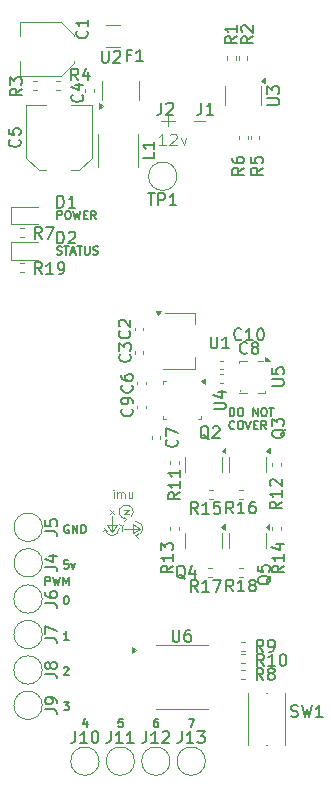
<source format=gbr>
%TF.GenerationSoftware,KiCad,Pcbnew,9.0.1*%
%TF.CreationDate,2025-11-14T12:28:07-05:00*%
%TF.ProjectId,Drone-Flight-Controller,44726f6e-652d-4466-9c69-6768742d436f,rev?*%
%TF.SameCoordinates,Original*%
%TF.FileFunction,Legend,Top*%
%TF.FilePolarity,Positive*%
%FSLAX46Y46*%
G04 Gerber Fmt 4.6, Leading zero omitted, Abs format (unit mm)*
G04 Created by KiCad (PCBNEW 9.0.1) date 2025-11-14 12:28:07*
%MOMM*%
%LPD*%
G01*
G04 APERTURE LIST*
%ADD10C,0.100000*%
%ADD11C,0.087500*%
%ADD12C,0.140000*%
%ADD13C,0.150000*%
%ADD14C,0.120000*%
G04 APERTURE END LIST*
D10*
X21700000Y-55200000D02*
X21300000Y-55800000D01*
X22300000Y-54900000D02*
X22500000Y-54700000D01*
X22700000Y-53900000D02*
X22300000Y-53900000D01*
X20900000Y-55200000D02*
X21700000Y-55200000D01*
X21300000Y-55800000D02*
X20900000Y-55200000D01*
X22300000Y-54300000D02*
X22700000Y-53900000D01*
X23300000Y-56100000D02*
X23500000Y-56300000D01*
X23700000Y-55500000D02*
X23100000Y-55900000D01*
X22100000Y-55300000D02*
X22300000Y-55100000D01*
X20700000Y-55500000D02*
X20500000Y-55700000D01*
X22100000Y-55300000D02*
X22100000Y-55700000D01*
X22500000Y-54700000D02*
G75*
G02*
X22924264Y-54524264I0J600000D01*
G01*
X26000000Y-20400000D02*
X26000000Y-21400000D01*
X23100000Y-55100000D02*
X23700000Y-55500000D01*
X22500000Y-54700000D02*
X22300000Y-54500000D01*
X22300000Y-55500000D02*
X23700000Y-55500000D01*
X25400000Y-21000000D02*
X26600000Y-21000000D01*
X20700000Y-55500000D02*
X20900000Y-55700000D01*
X21100000Y-54300000D02*
X21500000Y-53900000D01*
X21300000Y-54400000D02*
X21300000Y-55800000D01*
X28200000Y-21000000D02*
X29200000Y-21000000D01*
X23300000Y-54900000D02*
G75*
G02*
X23300000Y-56100000I0J-600000D01*
G01*
X23100000Y-55900000D02*
X23100000Y-55100000D01*
X23300000Y-56100000D02*
X23500000Y-55900000D01*
X21500000Y-54300000D02*
X21100000Y-53900000D01*
X21900000Y-55100000D02*
X22100000Y-55300000D01*
X21900000Y-55500000D02*
G75*
G02*
X20700000Y-55500000I-600000J0D01*
G01*
X22700000Y-54300000D02*
X22300000Y-54300000D01*
X22500000Y-54700000D02*
X22300000Y-54900000D01*
D11*
X21424231Y-52909783D02*
X21424231Y-52443116D01*
X21424231Y-52209783D02*
X21390898Y-52243116D01*
X21390898Y-52243116D02*
X21424231Y-52276450D01*
X21424231Y-52276450D02*
X21457565Y-52243116D01*
X21457565Y-52243116D02*
X21424231Y-52209783D01*
X21424231Y-52209783D02*
X21424231Y-52276450D01*
X21757564Y-52909783D02*
X21757564Y-52443116D01*
X21757564Y-52509783D02*
X21790898Y-52476450D01*
X21790898Y-52476450D02*
X21857564Y-52443116D01*
X21857564Y-52443116D02*
X21957564Y-52443116D01*
X21957564Y-52443116D02*
X22024231Y-52476450D01*
X22024231Y-52476450D02*
X22057564Y-52543116D01*
X22057564Y-52543116D02*
X22057564Y-52909783D01*
X22057564Y-52543116D02*
X22090898Y-52476450D01*
X22090898Y-52476450D02*
X22157564Y-52443116D01*
X22157564Y-52443116D02*
X22257564Y-52443116D01*
X22257564Y-52443116D02*
X22324231Y-52476450D01*
X22324231Y-52476450D02*
X22357564Y-52543116D01*
X22357564Y-52543116D02*
X22357564Y-52909783D01*
X22990897Y-52443116D02*
X22990897Y-52909783D01*
X22690897Y-52443116D02*
X22690897Y-52809783D01*
X22690897Y-52809783D02*
X22724231Y-52876450D01*
X22724231Y-52876450D02*
X22790897Y-52909783D01*
X22790897Y-52909783D02*
X22890897Y-52909783D01*
X22890897Y-52909783D02*
X22957564Y-52876450D01*
X22957564Y-52876450D02*
X22990897Y-52843116D01*
D12*
X17225438Y-67273720D02*
X17258771Y-67240386D01*
X17258771Y-67240386D02*
X17325438Y-67207053D01*
X17325438Y-67207053D02*
X17492105Y-67207053D01*
X17492105Y-67207053D02*
X17558771Y-67240386D01*
X17558771Y-67240386D02*
X17592105Y-67273720D01*
X17592105Y-67273720D02*
X17625438Y-67340386D01*
X17625438Y-67340386D02*
X17625438Y-67407053D01*
X17625438Y-67407053D02*
X17592105Y-67507053D01*
X17592105Y-67507053D02*
X17192105Y-67907053D01*
X17192105Y-67907053D02*
X17625438Y-67907053D01*
X27792105Y-71607053D02*
X28258771Y-71607053D01*
X28258771Y-71607053D02*
X27958771Y-72307053D01*
X15658771Y-60307053D02*
X15658771Y-59607053D01*
X15658771Y-59607053D02*
X15925438Y-59607053D01*
X15925438Y-59607053D02*
X15992105Y-59640386D01*
X15992105Y-59640386D02*
X16025438Y-59673720D01*
X16025438Y-59673720D02*
X16058771Y-59740386D01*
X16058771Y-59740386D02*
X16058771Y-59840386D01*
X16058771Y-59840386D02*
X16025438Y-59907053D01*
X16025438Y-59907053D02*
X15992105Y-59940386D01*
X15992105Y-59940386D02*
X15925438Y-59973720D01*
X15925438Y-59973720D02*
X15658771Y-59973720D01*
X16292105Y-59607053D02*
X16458771Y-60307053D01*
X16458771Y-60307053D02*
X16592105Y-59807053D01*
X16592105Y-59807053D02*
X16725438Y-60307053D01*
X16725438Y-60307053D02*
X16892105Y-59607053D01*
X17158771Y-60307053D02*
X17158771Y-59607053D01*
X17158771Y-59607053D02*
X17392105Y-60107053D01*
X17392105Y-60107053D02*
X17625438Y-59607053D01*
X17625438Y-59607053D02*
X17625438Y-60307053D01*
X19158771Y-71840386D02*
X19158771Y-72307053D01*
X18992105Y-71573720D02*
X18825438Y-72073720D01*
X18825438Y-72073720D02*
X19258771Y-72073720D01*
X22192105Y-71607053D02*
X21858771Y-71607053D01*
X21858771Y-71607053D02*
X21825438Y-71940386D01*
X21825438Y-71940386D02*
X21858771Y-71907053D01*
X21858771Y-71907053D02*
X21925438Y-71873720D01*
X21925438Y-71873720D02*
X22092105Y-71873720D01*
X22092105Y-71873720D02*
X22158771Y-71907053D01*
X22158771Y-71907053D02*
X22192105Y-71940386D01*
X22192105Y-71940386D02*
X22225438Y-72007053D01*
X22225438Y-72007053D02*
X22225438Y-72173720D01*
X22225438Y-72173720D02*
X22192105Y-72240386D01*
X22192105Y-72240386D02*
X22158771Y-72273720D01*
X22158771Y-72273720D02*
X22092105Y-72307053D01*
X22092105Y-72307053D02*
X21925438Y-72307053D01*
X21925438Y-72307053D02*
X21858771Y-72273720D01*
X21858771Y-72273720D02*
X21825438Y-72240386D01*
X17192105Y-70207053D02*
X17625438Y-70207053D01*
X17625438Y-70207053D02*
X17392105Y-70473720D01*
X17392105Y-70473720D02*
X17492105Y-70473720D01*
X17492105Y-70473720D02*
X17558771Y-70507053D01*
X17558771Y-70507053D02*
X17592105Y-70540386D01*
X17592105Y-70540386D02*
X17625438Y-70607053D01*
X17625438Y-70607053D02*
X17625438Y-70773720D01*
X17625438Y-70773720D02*
X17592105Y-70840386D01*
X17592105Y-70840386D02*
X17558771Y-70873720D01*
X17558771Y-70873720D02*
X17492105Y-70907053D01*
X17492105Y-70907053D02*
X17292105Y-70907053D01*
X17292105Y-70907053D02*
X17225438Y-70873720D01*
X17225438Y-70873720D02*
X17192105Y-70840386D01*
X31258771Y-45980092D02*
X31258771Y-45280092D01*
X31258771Y-45280092D02*
X31425438Y-45280092D01*
X31425438Y-45280092D02*
X31525438Y-45313425D01*
X31525438Y-45313425D02*
X31592105Y-45380092D01*
X31592105Y-45380092D02*
X31625438Y-45446759D01*
X31625438Y-45446759D02*
X31658771Y-45580092D01*
X31658771Y-45580092D02*
X31658771Y-45680092D01*
X31658771Y-45680092D02*
X31625438Y-45813425D01*
X31625438Y-45813425D02*
X31592105Y-45880092D01*
X31592105Y-45880092D02*
X31525438Y-45946759D01*
X31525438Y-45946759D02*
X31425438Y-45980092D01*
X31425438Y-45980092D02*
X31258771Y-45980092D01*
X32092105Y-45280092D02*
X32225438Y-45280092D01*
X32225438Y-45280092D02*
X32292105Y-45313425D01*
X32292105Y-45313425D02*
X32358771Y-45380092D01*
X32358771Y-45380092D02*
X32392105Y-45513425D01*
X32392105Y-45513425D02*
X32392105Y-45746759D01*
X32392105Y-45746759D02*
X32358771Y-45880092D01*
X32358771Y-45880092D02*
X32292105Y-45946759D01*
X32292105Y-45946759D02*
X32225438Y-45980092D01*
X32225438Y-45980092D02*
X32092105Y-45980092D01*
X32092105Y-45980092D02*
X32025438Y-45946759D01*
X32025438Y-45946759D02*
X31958771Y-45880092D01*
X31958771Y-45880092D02*
X31925438Y-45746759D01*
X31925438Y-45746759D02*
X31925438Y-45513425D01*
X31925438Y-45513425D02*
X31958771Y-45380092D01*
X31958771Y-45380092D02*
X32025438Y-45313425D01*
X32025438Y-45313425D02*
X32092105Y-45280092D01*
X33225437Y-45980092D02*
X33225437Y-45280092D01*
X33225437Y-45280092D02*
X33625437Y-45980092D01*
X33625437Y-45980092D02*
X33625437Y-45280092D01*
X34092104Y-45280092D02*
X34225437Y-45280092D01*
X34225437Y-45280092D02*
X34292104Y-45313425D01*
X34292104Y-45313425D02*
X34358770Y-45380092D01*
X34358770Y-45380092D02*
X34392104Y-45513425D01*
X34392104Y-45513425D02*
X34392104Y-45746759D01*
X34392104Y-45746759D02*
X34358770Y-45880092D01*
X34358770Y-45880092D02*
X34292104Y-45946759D01*
X34292104Y-45946759D02*
X34225437Y-45980092D01*
X34225437Y-45980092D02*
X34092104Y-45980092D01*
X34092104Y-45980092D02*
X34025437Y-45946759D01*
X34025437Y-45946759D02*
X33958770Y-45880092D01*
X33958770Y-45880092D02*
X33925437Y-45746759D01*
X33925437Y-45746759D02*
X33925437Y-45513425D01*
X33925437Y-45513425D02*
X33958770Y-45380092D01*
X33958770Y-45380092D02*
X34025437Y-45313425D01*
X34025437Y-45313425D02*
X34092104Y-45280092D01*
X34592103Y-45280092D02*
X34992103Y-45280092D01*
X34792103Y-45980092D02*
X34792103Y-45280092D01*
X31658771Y-47040386D02*
X31625438Y-47073720D01*
X31625438Y-47073720D02*
X31525438Y-47107053D01*
X31525438Y-47107053D02*
X31458771Y-47107053D01*
X31458771Y-47107053D02*
X31358771Y-47073720D01*
X31358771Y-47073720D02*
X31292105Y-47007053D01*
X31292105Y-47007053D02*
X31258771Y-46940386D01*
X31258771Y-46940386D02*
X31225438Y-46807053D01*
X31225438Y-46807053D02*
X31225438Y-46707053D01*
X31225438Y-46707053D02*
X31258771Y-46573720D01*
X31258771Y-46573720D02*
X31292105Y-46507053D01*
X31292105Y-46507053D02*
X31358771Y-46440386D01*
X31358771Y-46440386D02*
X31458771Y-46407053D01*
X31458771Y-46407053D02*
X31525438Y-46407053D01*
X31525438Y-46407053D02*
X31625438Y-46440386D01*
X31625438Y-46440386D02*
X31658771Y-46473720D01*
X32092105Y-46407053D02*
X32225438Y-46407053D01*
X32225438Y-46407053D02*
X32292105Y-46440386D01*
X32292105Y-46440386D02*
X32358771Y-46507053D01*
X32358771Y-46507053D02*
X32392105Y-46640386D01*
X32392105Y-46640386D02*
X32392105Y-46873720D01*
X32392105Y-46873720D02*
X32358771Y-47007053D01*
X32358771Y-47007053D02*
X32292105Y-47073720D01*
X32292105Y-47073720D02*
X32225438Y-47107053D01*
X32225438Y-47107053D02*
X32092105Y-47107053D01*
X32092105Y-47107053D02*
X32025438Y-47073720D01*
X32025438Y-47073720D02*
X31958771Y-47007053D01*
X31958771Y-47007053D02*
X31925438Y-46873720D01*
X31925438Y-46873720D02*
X31925438Y-46640386D01*
X31925438Y-46640386D02*
X31958771Y-46507053D01*
X31958771Y-46507053D02*
X32025438Y-46440386D01*
X32025438Y-46440386D02*
X32092105Y-46407053D01*
X32592104Y-46407053D02*
X32825438Y-47107053D01*
X32825438Y-47107053D02*
X33058771Y-46407053D01*
X33292104Y-46740386D02*
X33525438Y-46740386D01*
X33625438Y-47107053D02*
X33292104Y-47107053D01*
X33292104Y-47107053D02*
X33292104Y-46407053D01*
X33292104Y-46407053D02*
X33625438Y-46407053D01*
X34325437Y-47107053D02*
X34092104Y-46773720D01*
X33925437Y-47107053D02*
X33925437Y-46407053D01*
X33925437Y-46407053D02*
X34192104Y-46407053D01*
X34192104Y-46407053D02*
X34258771Y-46440386D01*
X34258771Y-46440386D02*
X34292104Y-46473720D01*
X34292104Y-46473720D02*
X34325437Y-46540386D01*
X34325437Y-46540386D02*
X34325437Y-46640386D01*
X34325437Y-46640386D02*
X34292104Y-46707053D01*
X34292104Y-46707053D02*
X34258771Y-46740386D01*
X34258771Y-46740386D02*
X34192104Y-46773720D01*
X34192104Y-46773720D02*
X33925437Y-46773720D01*
X17392105Y-61207053D02*
X17458771Y-61207053D01*
X17458771Y-61207053D02*
X17525438Y-61240386D01*
X17525438Y-61240386D02*
X17558771Y-61273720D01*
X17558771Y-61273720D02*
X17592105Y-61340386D01*
X17592105Y-61340386D02*
X17625438Y-61473720D01*
X17625438Y-61473720D02*
X17625438Y-61640386D01*
X17625438Y-61640386D02*
X17592105Y-61773720D01*
X17592105Y-61773720D02*
X17558771Y-61840386D01*
X17558771Y-61840386D02*
X17525438Y-61873720D01*
X17525438Y-61873720D02*
X17458771Y-61907053D01*
X17458771Y-61907053D02*
X17392105Y-61907053D01*
X17392105Y-61907053D02*
X17325438Y-61873720D01*
X17325438Y-61873720D02*
X17292105Y-61840386D01*
X17292105Y-61840386D02*
X17258771Y-61773720D01*
X17258771Y-61773720D02*
X17225438Y-61640386D01*
X17225438Y-61640386D02*
X17225438Y-61473720D01*
X17225438Y-61473720D02*
X17258771Y-61340386D01*
X17258771Y-61340386D02*
X17292105Y-61273720D01*
X17292105Y-61273720D02*
X17325438Y-61240386D01*
X17325438Y-61240386D02*
X17392105Y-61207053D01*
X16625438Y-32273720D02*
X16725438Y-32307053D01*
X16725438Y-32307053D02*
X16892105Y-32307053D01*
X16892105Y-32307053D02*
X16958771Y-32273720D01*
X16958771Y-32273720D02*
X16992105Y-32240386D01*
X16992105Y-32240386D02*
X17025438Y-32173720D01*
X17025438Y-32173720D02*
X17025438Y-32107053D01*
X17025438Y-32107053D02*
X16992105Y-32040386D01*
X16992105Y-32040386D02*
X16958771Y-32007053D01*
X16958771Y-32007053D02*
X16892105Y-31973720D01*
X16892105Y-31973720D02*
X16758771Y-31940386D01*
X16758771Y-31940386D02*
X16692105Y-31907053D01*
X16692105Y-31907053D02*
X16658771Y-31873720D01*
X16658771Y-31873720D02*
X16625438Y-31807053D01*
X16625438Y-31807053D02*
X16625438Y-31740386D01*
X16625438Y-31740386D02*
X16658771Y-31673720D01*
X16658771Y-31673720D02*
X16692105Y-31640386D01*
X16692105Y-31640386D02*
X16758771Y-31607053D01*
X16758771Y-31607053D02*
X16925438Y-31607053D01*
X16925438Y-31607053D02*
X17025438Y-31640386D01*
X17225438Y-31607053D02*
X17625438Y-31607053D01*
X17425438Y-32307053D02*
X17425438Y-31607053D01*
X17825438Y-32107053D02*
X18158771Y-32107053D01*
X17758771Y-32307053D02*
X17992105Y-31607053D01*
X17992105Y-31607053D02*
X18225438Y-32307053D01*
X18358771Y-31607053D02*
X18758771Y-31607053D01*
X18558771Y-32307053D02*
X18558771Y-31607053D01*
X18992104Y-31607053D02*
X18992104Y-32173720D01*
X18992104Y-32173720D02*
X19025438Y-32240386D01*
X19025438Y-32240386D02*
X19058771Y-32273720D01*
X19058771Y-32273720D02*
X19125438Y-32307053D01*
X19125438Y-32307053D02*
X19258771Y-32307053D01*
X19258771Y-32307053D02*
X19325438Y-32273720D01*
X19325438Y-32273720D02*
X19358771Y-32240386D01*
X19358771Y-32240386D02*
X19392104Y-32173720D01*
X19392104Y-32173720D02*
X19392104Y-31607053D01*
X19692104Y-32273720D02*
X19792104Y-32307053D01*
X19792104Y-32307053D02*
X19958771Y-32307053D01*
X19958771Y-32307053D02*
X20025437Y-32273720D01*
X20025437Y-32273720D02*
X20058771Y-32240386D01*
X20058771Y-32240386D02*
X20092104Y-32173720D01*
X20092104Y-32173720D02*
X20092104Y-32107053D01*
X20092104Y-32107053D02*
X20058771Y-32040386D01*
X20058771Y-32040386D02*
X20025437Y-32007053D01*
X20025437Y-32007053D02*
X19958771Y-31973720D01*
X19958771Y-31973720D02*
X19825437Y-31940386D01*
X19825437Y-31940386D02*
X19758771Y-31907053D01*
X19758771Y-31907053D02*
X19725437Y-31873720D01*
X19725437Y-31873720D02*
X19692104Y-31807053D01*
X19692104Y-31807053D02*
X19692104Y-31740386D01*
X19692104Y-31740386D02*
X19725437Y-31673720D01*
X19725437Y-31673720D02*
X19758771Y-31640386D01*
X19758771Y-31640386D02*
X19825437Y-31607053D01*
X19825437Y-31607053D02*
X19992104Y-31607053D01*
X19992104Y-31607053D02*
X20092104Y-31640386D01*
X17592105Y-58207053D02*
X17258771Y-58207053D01*
X17258771Y-58207053D02*
X17225438Y-58540386D01*
X17225438Y-58540386D02*
X17258771Y-58507053D01*
X17258771Y-58507053D02*
X17325438Y-58473720D01*
X17325438Y-58473720D02*
X17492105Y-58473720D01*
X17492105Y-58473720D02*
X17558771Y-58507053D01*
X17558771Y-58507053D02*
X17592105Y-58540386D01*
X17592105Y-58540386D02*
X17625438Y-58607053D01*
X17625438Y-58607053D02*
X17625438Y-58773720D01*
X17625438Y-58773720D02*
X17592105Y-58840386D01*
X17592105Y-58840386D02*
X17558771Y-58873720D01*
X17558771Y-58873720D02*
X17492105Y-58907053D01*
X17492105Y-58907053D02*
X17325438Y-58907053D01*
X17325438Y-58907053D02*
X17258771Y-58873720D01*
X17258771Y-58873720D02*
X17225438Y-58840386D01*
X17858772Y-58440386D02*
X18025438Y-58907053D01*
X18025438Y-58907053D02*
X18192105Y-58440386D01*
D10*
X25827693Y-23072419D02*
X25256265Y-23072419D01*
X25541979Y-23072419D02*
X25541979Y-22072419D01*
X25541979Y-22072419D02*
X25446741Y-22215276D01*
X25446741Y-22215276D02*
X25351503Y-22310514D01*
X25351503Y-22310514D02*
X25256265Y-22358133D01*
X26208646Y-22167657D02*
X26256265Y-22120038D01*
X26256265Y-22120038D02*
X26351503Y-22072419D01*
X26351503Y-22072419D02*
X26589598Y-22072419D01*
X26589598Y-22072419D02*
X26684836Y-22120038D01*
X26684836Y-22120038D02*
X26732455Y-22167657D01*
X26732455Y-22167657D02*
X26780074Y-22262895D01*
X26780074Y-22262895D02*
X26780074Y-22358133D01*
X26780074Y-22358133D02*
X26732455Y-22500990D01*
X26732455Y-22500990D02*
X26161027Y-23072419D01*
X26161027Y-23072419D02*
X26780074Y-23072419D01*
X27113408Y-22405752D02*
X27351503Y-23072419D01*
X27351503Y-23072419D02*
X27589598Y-22405752D01*
D12*
X17625438Y-64907053D02*
X17225438Y-64907053D01*
X17425438Y-64907053D02*
X17425438Y-64207053D01*
X17425438Y-64207053D02*
X17358771Y-64307053D01*
X17358771Y-64307053D02*
X17292105Y-64373720D01*
X17292105Y-64373720D02*
X17225438Y-64407053D01*
X25158771Y-71607053D02*
X25025438Y-71607053D01*
X25025438Y-71607053D02*
X24958771Y-71640386D01*
X24958771Y-71640386D02*
X24925438Y-71673720D01*
X24925438Y-71673720D02*
X24858771Y-71773720D01*
X24858771Y-71773720D02*
X24825438Y-71907053D01*
X24825438Y-71907053D02*
X24825438Y-72173720D01*
X24825438Y-72173720D02*
X24858771Y-72240386D01*
X24858771Y-72240386D02*
X24892105Y-72273720D01*
X24892105Y-72273720D02*
X24958771Y-72307053D01*
X24958771Y-72307053D02*
X25092105Y-72307053D01*
X25092105Y-72307053D02*
X25158771Y-72273720D01*
X25158771Y-72273720D02*
X25192105Y-72240386D01*
X25192105Y-72240386D02*
X25225438Y-72173720D01*
X25225438Y-72173720D02*
X25225438Y-72007053D01*
X25225438Y-72007053D02*
X25192105Y-71940386D01*
X25192105Y-71940386D02*
X25158771Y-71907053D01*
X25158771Y-71907053D02*
X25092105Y-71873720D01*
X25092105Y-71873720D02*
X24958771Y-71873720D01*
X24958771Y-71873720D02*
X24892105Y-71907053D01*
X24892105Y-71907053D02*
X24858771Y-71940386D01*
X24858771Y-71940386D02*
X24825438Y-72007053D01*
X16658771Y-29307053D02*
X16658771Y-28607053D01*
X16658771Y-28607053D02*
X16925438Y-28607053D01*
X16925438Y-28607053D02*
X16992105Y-28640386D01*
X16992105Y-28640386D02*
X17025438Y-28673720D01*
X17025438Y-28673720D02*
X17058771Y-28740386D01*
X17058771Y-28740386D02*
X17058771Y-28840386D01*
X17058771Y-28840386D02*
X17025438Y-28907053D01*
X17025438Y-28907053D02*
X16992105Y-28940386D01*
X16992105Y-28940386D02*
X16925438Y-28973720D01*
X16925438Y-28973720D02*
X16658771Y-28973720D01*
X17492105Y-28607053D02*
X17625438Y-28607053D01*
X17625438Y-28607053D02*
X17692105Y-28640386D01*
X17692105Y-28640386D02*
X17758771Y-28707053D01*
X17758771Y-28707053D02*
X17792105Y-28840386D01*
X17792105Y-28840386D02*
X17792105Y-29073720D01*
X17792105Y-29073720D02*
X17758771Y-29207053D01*
X17758771Y-29207053D02*
X17692105Y-29273720D01*
X17692105Y-29273720D02*
X17625438Y-29307053D01*
X17625438Y-29307053D02*
X17492105Y-29307053D01*
X17492105Y-29307053D02*
X17425438Y-29273720D01*
X17425438Y-29273720D02*
X17358771Y-29207053D01*
X17358771Y-29207053D02*
X17325438Y-29073720D01*
X17325438Y-29073720D02*
X17325438Y-28840386D01*
X17325438Y-28840386D02*
X17358771Y-28707053D01*
X17358771Y-28707053D02*
X17425438Y-28640386D01*
X17425438Y-28640386D02*
X17492105Y-28607053D01*
X18025438Y-28607053D02*
X18192104Y-29307053D01*
X18192104Y-29307053D02*
X18325438Y-28807053D01*
X18325438Y-28807053D02*
X18458771Y-29307053D01*
X18458771Y-29307053D02*
X18625438Y-28607053D01*
X18892104Y-28940386D02*
X19125438Y-28940386D01*
X19225438Y-29307053D02*
X18892104Y-29307053D01*
X18892104Y-29307053D02*
X18892104Y-28607053D01*
X18892104Y-28607053D02*
X19225438Y-28607053D01*
X19925437Y-29307053D02*
X19692104Y-28973720D01*
X19525437Y-29307053D02*
X19525437Y-28607053D01*
X19525437Y-28607053D02*
X19792104Y-28607053D01*
X19792104Y-28607053D02*
X19858771Y-28640386D01*
X19858771Y-28640386D02*
X19892104Y-28673720D01*
X19892104Y-28673720D02*
X19925437Y-28740386D01*
X19925437Y-28740386D02*
X19925437Y-28840386D01*
X19925437Y-28840386D02*
X19892104Y-28907053D01*
X19892104Y-28907053D02*
X19858771Y-28940386D01*
X19858771Y-28940386D02*
X19792104Y-28973720D01*
X19792104Y-28973720D02*
X19525437Y-28973720D01*
X17625438Y-55240386D02*
X17558771Y-55207053D01*
X17558771Y-55207053D02*
X17458771Y-55207053D01*
X17458771Y-55207053D02*
X17358771Y-55240386D01*
X17358771Y-55240386D02*
X17292105Y-55307053D01*
X17292105Y-55307053D02*
X17258771Y-55373720D01*
X17258771Y-55373720D02*
X17225438Y-55507053D01*
X17225438Y-55507053D02*
X17225438Y-55607053D01*
X17225438Y-55607053D02*
X17258771Y-55740386D01*
X17258771Y-55740386D02*
X17292105Y-55807053D01*
X17292105Y-55807053D02*
X17358771Y-55873720D01*
X17358771Y-55873720D02*
X17458771Y-55907053D01*
X17458771Y-55907053D02*
X17525438Y-55907053D01*
X17525438Y-55907053D02*
X17625438Y-55873720D01*
X17625438Y-55873720D02*
X17658771Y-55840386D01*
X17658771Y-55840386D02*
X17658771Y-55607053D01*
X17658771Y-55607053D02*
X17525438Y-55607053D01*
X17958771Y-55907053D02*
X17958771Y-55207053D01*
X17958771Y-55207053D02*
X18358771Y-55907053D01*
X18358771Y-55907053D02*
X18358771Y-55207053D01*
X18692104Y-55907053D02*
X18692104Y-55207053D01*
X18692104Y-55207053D02*
X18858771Y-55207053D01*
X18858771Y-55207053D02*
X18958771Y-55240386D01*
X18958771Y-55240386D02*
X19025438Y-55307053D01*
X19025438Y-55307053D02*
X19058771Y-55373720D01*
X19058771Y-55373720D02*
X19092104Y-55507053D01*
X19092104Y-55507053D02*
X19092104Y-55607053D01*
X19092104Y-55607053D02*
X19058771Y-55740386D01*
X19058771Y-55740386D02*
X19025438Y-55807053D01*
X19025438Y-55807053D02*
X18958771Y-55873720D01*
X18958771Y-55873720D02*
X18858771Y-55907053D01*
X18858771Y-55907053D02*
X18692104Y-55907053D01*
D13*
X16661905Y-31354819D02*
X16661905Y-30354819D01*
X16661905Y-30354819D02*
X16900000Y-30354819D01*
X16900000Y-30354819D02*
X17042857Y-30402438D01*
X17042857Y-30402438D02*
X17138095Y-30497676D01*
X17138095Y-30497676D02*
X17185714Y-30592914D01*
X17185714Y-30592914D02*
X17233333Y-30783390D01*
X17233333Y-30783390D02*
X17233333Y-30926247D01*
X17233333Y-30926247D02*
X17185714Y-31116723D01*
X17185714Y-31116723D02*
X17138095Y-31211961D01*
X17138095Y-31211961D02*
X17042857Y-31307200D01*
X17042857Y-31307200D02*
X16900000Y-31354819D01*
X16900000Y-31354819D02*
X16661905Y-31354819D01*
X17614286Y-30450057D02*
X17661905Y-30402438D01*
X17661905Y-30402438D02*
X17757143Y-30354819D01*
X17757143Y-30354819D02*
X17995238Y-30354819D01*
X17995238Y-30354819D02*
X18090476Y-30402438D01*
X18090476Y-30402438D02*
X18138095Y-30450057D01*
X18138095Y-30450057D02*
X18185714Y-30545295D01*
X18185714Y-30545295D02*
X18185714Y-30640533D01*
X18185714Y-30640533D02*
X18138095Y-30783390D01*
X18138095Y-30783390D02*
X17566667Y-31354819D01*
X17566667Y-31354819D02*
X18185714Y-31354819D01*
X16661905Y-28329819D02*
X16661905Y-27329819D01*
X16661905Y-27329819D02*
X16900000Y-27329819D01*
X16900000Y-27329819D02*
X17042857Y-27377438D01*
X17042857Y-27377438D02*
X17138095Y-27472676D01*
X17138095Y-27472676D02*
X17185714Y-27567914D01*
X17185714Y-27567914D02*
X17233333Y-27758390D01*
X17233333Y-27758390D02*
X17233333Y-27901247D01*
X17233333Y-27901247D02*
X17185714Y-28091723D01*
X17185714Y-28091723D02*
X17138095Y-28186961D01*
X17138095Y-28186961D02*
X17042857Y-28282200D01*
X17042857Y-28282200D02*
X16900000Y-28329819D01*
X16900000Y-28329819D02*
X16661905Y-28329819D01*
X18185714Y-28329819D02*
X17614286Y-28329819D01*
X17900000Y-28329819D02*
X17900000Y-27329819D01*
X17900000Y-27329819D02*
X17804762Y-27472676D01*
X17804762Y-27472676D02*
X17709524Y-27567914D01*
X17709524Y-27567914D02*
X17614286Y-27615533D01*
X15347142Y-33954819D02*
X15013809Y-33478628D01*
X14775714Y-33954819D02*
X14775714Y-32954819D01*
X14775714Y-32954819D02*
X15156666Y-32954819D01*
X15156666Y-32954819D02*
X15251904Y-33002438D01*
X15251904Y-33002438D02*
X15299523Y-33050057D01*
X15299523Y-33050057D02*
X15347142Y-33145295D01*
X15347142Y-33145295D02*
X15347142Y-33288152D01*
X15347142Y-33288152D02*
X15299523Y-33383390D01*
X15299523Y-33383390D02*
X15251904Y-33431009D01*
X15251904Y-33431009D02*
X15156666Y-33478628D01*
X15156666Y-33478628D02*
X14775714Y-33478628D01*
X16299523Y-33954819D02*
X15728095Y-33954819D01*
X16013809Y-33954819D02*
X16013809Y-32954819D01*
X16013809Y-32954819D02*
X15918571Y-33097676D01*
X15918571Y-33097676D02*
X15823333Y-33192914D01*
X15823333Y-33192914D02*
X15728095Y-33240533D01*
X16775714Y-33954819D02*
X16966190Y-33954819D01*
X16966190Y-33954819D02*
X17061428Y-33907200D01*
X17061428Y-33907200D02*
X17109047Y-33859580D01*
X17109047Y-33859580D02*
X17204285Y-33716723D01*
X17204285Y-33716723D02*
X17251904Y-33526247D01*
X17251904Y-33526247D02*
X17251904Y-33145295D01*
X17251904Y-33145295D02*
X17204285Y-33050057D01*
X17204285Y-33050057D02*
X17156666Y-33002438D01*
X17156666Y-33002438D02*
X17061428Y-32954819D01*
X17061428Y-32954819D02*
X16870952Y-32954819D01*
X16870952Y-32954819D02*
X16775714Y-33002438D01*
X16775714Y-33002438D02*
X16728095Y-33050057D01*
X16728095Y-33050057D02*
X16680476Y-33145295D01*
X16680476Y-33145295D02*
X16680476Y-33383390D01*
X16680476Y-33383390D02*
X16728095Y-33478628D01*
X16728095Y-33478628D02*
X16775714Y-33526247D01*
X16775714Y-33526247D02*
X16870952Y-33573866D01*
X16870952Y-33573866D02*
X17061428Y-33573866D01*
X17061428Y-33573866D02*
X17156666Y-33526247D01*
X17156666Y-33526247D02*
X17204285Y-33478628D01*
X17204285Y-33478628D02*
X17251904Y-33383390D01*
X15343333Y-30954819D02*
X15010000Y-30478628D01*
X14771905Y-30954819D02*
X14771905Y-29954819D01*
X14771905Y-29954819D02*
X15152857Y-29954819D01*
X15152857Y-29954819D02*
X15248095Y-30002438D01*
X15248095Y-30002438D02*
X15295714Y-30050057D01*
X15295714Y-30050057D02*
X15343333Y-30145295D01*
X15343333Y-30145295D02*
X15343333Y-30288152D01*
X15343333Y-30288152D02*
X15295714Y-30383390D01*
X15295714Y-30383390D02*
X15248095Y-30431009D01*
X15248095Y-30431009D02*
X15152857Y-30478628D01*
X15152857Y-30478628D02*
X14771905Y-30478628D01*
X15676667Y-29954819D02*
X16343333Y-29954819D01*
X16343333Y-29954819D02*
X15914762Y-30954819D01*
X19159580Y-13366666D02*
X19207200Y-13414285D01*
X19207200Y-13414285D02*
X19254819Y-13557142D01*
X19254819Y-13557142D02*
X19254819Y-13652380D01*
X19254819Y-13652380D02*
X19207200Y-13795237D01*
X19207200Y-13795237D02*
X19111961Y-13890475D01*
X19111961Y-13890475D02*
X19016723Y-13938094D01*
X19016723Y-13938094D02*
X18826247Y-13985713D01*
X18826247Y-13985713D02*
X18683390Y-13985713D01*
X18683390Y-13985713D02*
X18492914Y-13938094D01*
X18492914Y-13938094D02*
X18397676Y-13890475D01*
X18397676Y-13890475D02*
X18302438Y-13795237D01*
X18302438Y-13795237D02*
X18254819Y-13652380D01*
X18254819Y-13652380D02*
X18254819Y-13557142D01*
X18254819Y-13557142D02*
X18302438Y-13414285D01*
X18302438Y-13414285D02*
X18350057Y-13366666D01*
X19254819Y-12414285D02*
X19254819Y-12985713D01*
X19254819Y-12699999D02*
X18254819Y-12699999D01*
X18254819Y-12699999D02*
X18397676Y-12795237D01*
X18397676Y-12795237D02*
X18492914Y-12890475D01*
X18492914Y-12890475D02*
X18540533Y-12985713D01*
X22799580Y-40766666D02*
X22847200Y-40814285D01*
X22847200Y-40814285D02*
X22894819Y-40957142D01*
X22894819Y-40957142D02*
X22894819Y-41052380D01*
X22894819Y-41052380D02*
X22847200Y-41195237D01*
X22847200Y-41195237D02*
X22751961Y-41290475D01*
X22751961Y-41290475D02*
X22656723Y-41338094D01*
X22656723Y-41338094D02*
X22466247Y-41385713D01*
X22466247Y-41385713D02*
X22323390Y-41385713D01*
X22323390Y-41385713D02*
X22132914Y-41338094D01*
X22132914Y-41338094D02*
X22037676Y-41290475D01*
X22037676Y-41290475D02*
X21942438Y-41195237D01*
X21942438Y-41195237D02*
X21894819Y-41052380D01*
X21894819Y-41052380D02*
X21894819Y-40957142D01*
X21894819Y-40957142D02*
X21942438Y-40814285D01*
X21942438Y-40814285D02*
X21990057Y-40766666D01*
X21894819Y-40433332D02*
X21894819Y-39814285D01*
X21894819Y-39814285D02*
X22275771Y-40147618D01*
X22275771Y-40147618D02*
X22275771Y-40004761D01*
X22275771Y-40004761D02*
X22323390Y-39909523D01*
X22323390Y-39909523D02*
X22371009Y-39861904D01*
X22371009Y-39861904D02*
X22466247Y-39814285D01*
X22466247Y-39814285D02*
X22704342Y-39814285D01*
X22704342Y-39814285D02*
X22799580Y-39861904D01*
X22799580Y-39861904D02*
X22847200Y-39909523D01*
X22847200Y-39909523D02*
X22894819Y-40004761D01*
X22894819Y-40004761D02*
X22894819Y-40290475D01*
X22894819Y-40290475D02*
X22847200Y-40385713D01*
X22847200Y-40385713D02*
X22799580Y-40433332D01*
X22866666Y-15431009D02*
X22533333Y-15431009D01*
X22533333Y-15954819D02*
X22533333Y-14954819D01*
X22533333Y-14954819D02*
X23009523Y-14954819D01*
X23914285Y-15954819D02*
X23342857Y-15954819D01*
X23628571Y-15954819D02*
X23628571Y-14954819D01*
X23628571Y-14954819D02*
X23533333Y-15097676D01*
X23533333Y-15097676D02*
X23438095Y-15192914D01*
X23438095Y-15192914D02*
X23342857Y-15240533D01*
X18190476Y-72656819D02*
X18190476Y-73371104D01*
X18190476Y-73371104D02*
X18142857Y-73513961D01*
X18142857Y-73513961D02*
X18047619Y-73609200D01*
X18047619Y-73609200D02*
X17904762Y-73656819D01*
X17904762Y-73656819D02*
X17809524Y-73656819D01*
X19190476Y-73656819D02*
X18619048Y-73656819D01*
X18904762Y-73656819D02*
X18904762Y-72656819D01*
X18904762Y-72656819D02*
X18809524Y-72799676D01*
X18809524Y-72799676D02*
X18714286Y-72894914D01*
X18714286Y-72894914D02*
X18619048Y-72942533D01*
X19809524Y-72656819D02*
X19904762Y-72656819D01*
X19904762Y-72656819D02*
X20000000Y-72704438D01*
X20000000Y-72704438D02*
X20047619Y-72752057D01*
X20047619Y-72752057D02*
X20095238Y-72847295D01*
X20095238Y-72847295D02*
X20142857Y-73037771D01*
X20142857Y-73037771D02*
X20142857Y-73275866D01*
X20142857Y-73275866D02*
X20095238Y-73466342D01*
X20095238Y-73466342D02*
X20047619Y-73561580D01*
X20047619Y-73561580D02*
X20000000Y-73609200D01*
X20000000Y-73609200D02*
X19904762Y-73656819D01*
X19904762Y-73656819D02*
X19809524Y-73656819D01*
X19809524Y-73656819D02*
X19714286Y-73609200D01*
X19714286Y-73609200D02*
X19666667Y-73561580D01*
X19666667Y-73561580D02*
X19619048Y-73466342D01*
X19619048Y-73466342D02*
X19571429Y-73275866D01*
X19571429Y-73275866D02*
X19571429Y-73037771D01*
X19571429Y-73037771D02*
X19619048Y-72847295D01*
X19619048Y-72847295D02*
X19666667Y-72752057D01*
X19666667Y-72752057D02*
X19714286Y-72704438D01*
X19714286Y-72704438D02*
X19809524Y-72656819D01*
X18433333Y-17554819D02*
X18100000Y-17078628D01*
X17861905Y-17554819D02*
X17861905Y-16554819D01*
X17861905Y-16554819D02*
X18242857Y-16554819D01*
X18242857Y-16554819D02*
X18338095Y-16602438D01*
X18338095Y-16602438D02*
X18385714Y-16650057D01*
X18385714Y-16650057D02*
X18433333Y-16745295D01*
X18433333Y-16745295D02*
X18433333Y-16888152D01*
X18433333Y-16888152D02*
X18385714Y-16983390D01*
X18385714Y-16983390D02*
X18338095Y-17031009D01*
X18338095Y-17031009D02*
X18242857Y-17078628D01*
X18242857Y-17078628D02*
X17861905Y-17078628D01*
X19290476Y-16888152D02*
X19290476Y-17554819D01*
X19052381Y-16507200D02*
X18814286Y-17221485D01*
X18814286Y-17221485D02*
X19433333Y-17221485D01*
X22959580Y-45366666D02*
X23007200Y-45414285D01*
X23007200Y-45414285D02*
X23054819Y-45557142D01*
X23054819Y-45557142D02*
X23054819Y-45652380D01*
X23054819Y-45652380D02*
X23007200Y-45795237D01*
X23007200Y-45795237D02*
X22911961Y-45890475D01*
X22911961Y-45890475D02*
X22816723Y-45938094D01*
X22816723Y-45938094D02*
X22626247Y-45985713D01*
X22626247Y-45985713D02*
X22483390Y-45985713D01*
X22483390Y-45985713D02*
X22292914Y-45938094D01*
X22292914Y-45938094D02*
X22197676Y-45890475D01*
X22197676Y-45890475D02*
X22102438Y-45795237D01*
X22102438Y-45795237D02*
X22054819Y-45652380D01*
X22054819Y-45652380D02*
X22054819Y-45557142D01*
X22054819Y-45557142D02*
X22102438Y-45414285D01*
X22102438Y-45414285D02*
X22150057Y-45366666D01*
X23054819Y-44890475D02*
X23054819Y-44699999D01*
X23054819Y-44699999D02*
X23007200Y-44604761D01*
X23007200Y-44604761D02*
X22959580Y-44557142D01*
X22959580Y-44557142D02*
X22816723Y-44461904D01*
X22816723Y-44461904D02*
X22626247Y-44414285D01*
X22626247Y-44414285D02*
X22245295Y-44414285D01*
X22245295Y-44414285D02*
X22150057Y-44461904D01*
X22150057Y-44461904D02*
X22102438Y-44509523D01*
X22102438Y-44509523D02*
X22054819Y-44604761D01*
X22054819Y-44604761D02*
X22054819Y-44795237D01*
X22054819Y-44795237D02*
X22102438Y-44890475D01*
X22102438Y-44890475D02*
X22150057Y-44938094D01*
X22150057Y-44938094D02*
X22245295Y-44985713D01*
X22245295Y-44985713D02*
X22483390Y-44985713D01*
X22483390Y-44985713D02*
X22578628Y-44938094D01*
X22578628Y-44938094D02*
X22626247Y-44890475D01*
X22626247Y-44890475D02*
X22673866Y-44795237D01*
X22673866Y-44795237D02*
X22673866Y-44604761D01*
X22673866Y-44604761D02*
X22626247Y-44509523D01*
X22626247Y-44509523D02*
X22578628Y-44461904D01*
X22578628Y-44461904D02*
X22483390Y-44414285D01*
X32454819Y-24966666D02*
X31978628Y-25299999D01*
X32454819Y-25538094D02*
X31454819Y-25538094D01*
X31454819Y-25538094D02*
X31454819Y-25157142D01*
X31454819Y-25157142D02*
X31502438Y-25061904D01*
X31502438Y-25061904D02*
X31550057Y-25014285D01*
X31550057Y-25014285D02*
X31645295Y-24966666D01*
X31645295Y-24966666D02*
X31788152Y-24966666D01*
X31788152Y-24966666D02*
X31883390Y-25014285D01*
X31883390Y-25014285D02*
X31931009Y-25061904D01*
X31931009Y-25061904D02*
X31978628Y-25157142D01*
X31978628Y-25157142D02*
X31978628Y-25538094D01*
X31454819Y-24109523D02*
X31454819Y-24299999D01*
X31454819Y-24299999D02*
X31502438Y-24395237D01*
X31502438Y-24395237D02*
X31550057Y-24442856D01*
X31550057Y-24442856D02*
X31692914Y-24538094D01*
X31692914Y-24538094D02*
X31883390Y-24585713D01*
X31883390Y-24585713D02*
X32264342Y-24585713D01*
X32264342Y-24585713D02*
X32359580Y-24538094D01*
X32359580Y-24538094D02*
X32407200Y-24490475D01*
X32407200Y-24490475D02*
X32454819Y-24395237D01*
X32454819Y-24395237D02*
X32454819Y-24204761D01*
X32454819Y-24204761D02*
X32407200Y-24109523D01*
X32407200Y-24109523D02*
X32359580Y-24061904D01*
X32359580Y-24061904D02*
X32264342Y-24014285D01*
X32264342Y-24014285D02*
X32026247Y-24014285D01*
X32026247Y-24014285D02*
X31931009Y-24061904D01*
X31931009Y-24061904D02*
X31883390Y-24109523D01*
X31883390Y-24109523D02*
X31835771Y-24204761D01*
X31835771Y-24204761D02*
X31835771Y-24395237D01*
X31835771Y-24395237D02*
X31883390Y-24490475D01*
X31883390Y-24490475D02*
X31931009Y-24538094D01*
X31931009Y-24538094D02*
X32026247Y-24585713D01*
X25466666Y-19454819D02*
X25466666Y-20169104D01*
X25466666Y-20169104D02*
X25419047Y-20311961D01*
X25419047Y-20311961D02*
X25323809Y-20407200D01*
X25323809Y-20407200D02*
X25180952Y-20454819D01*
X25180952Y-20454819D02*
X25085714Y-20454819D01*
X25895238Y-19550057D02*
X25942857Y-19502438D01*
X25942857Y-19502438D02*
X26038095Y-19454819D01*
X26038095Y-19454819D02*
X26276190Y-19454819D01*
X26276190Y-19454819D02*
X26371428Y-19502438D01*
X26371428Y-19502438D02*
X26419047Y-19550057D01*
X26419047Y-19550057D02*
X26466666Y-19645295D01*
X26466666Y-19645295D02*
X26466666Y-19740533D01*
X26466666Y-19740533D02*
X26419047Y-19883390D01*
X26419047Y-19883390D02*
X25847619Y-20454819D01*
X25847619Y-20454819D02*
X26466666Y-20454819D01*
X26759580Y-47966666D02*
X26807200Y-48014285D01*
X26807200Y-48014285D02*
X26854819Y-48157142D01*
X26854819Y-48157142D02*
X26854819Y-48252380D01*
X26854819Y-48252380D02*
X26807200Y-48395237D01*
X26807200Y-48395237D02*
X26711961Y-48490475D01*
X26711961Y-48490475D02*
X26616723Y-48538094D01*
X26616723Y-48538094D02*
X26426247Y-48585713D01*
X26426247Y-48585713D02*
X26283390Y-48585713D01*
X26283390Y-48585713D02*
X26092914Y-48538094D01*
X26092914Y-48538094D02*
X25997676Y-48490475D01*
X25997676Y-48490475D02*
X25902438Y-48395237D01*
X25902438Y-48395237D02*
X25854819Y-48252380D01*
X25854819Y-48252380D02*
X25854819Y-48157142D01*
X25854819Y-48157142D02*
X25902438Y-48014285D01*
X25902438Y-48014285D02*
X25950057Y-47966666D01*
X25854819Y-47633332D02*
X25854819Y-46966666D01*
X25854819Y-46966666D02*
X26854819Y-47395237D01*
X34839819Y-43436904D02*
X35649342Y-43436904D01*
X35649342Y-43436904D02*
X35744580Y-43389285D01*
X35744580Y-43389285D02*
X35792200Y-43341666D01*
X35792200Y-43341666D02*
X35839819Y-43246428D01*
X35839819Y-43246428D02*
X35839819Y-43055952D01*
X35839819Y-43055952D02*
X35792200Y-42960714D01*
X35792200Y-42960714D02*
X35744580Y-42913095D01*
X35744580Y-42913095D02*
X35649342Y-42865476D01*
X35649342Y-42865476D02*
X34839819Y-42865476D01*
X34839819Y-41913095D02*
X34839819Y-42389285D01*
X34839819Y-42389285D02*
X35316009Y-42436904D01*
X35316009Y-42436904D02*
X35268390Y-42389285D01*
X35268390Y-42389285D02*
X35220771Y-42294047D01*
X35220771Y-42294047D02*
X35220771Y-42055952D01*
X35220771Y-42055952D02*
X35268390Y-41960714D01*
X35268390Y-41960714D02*
X35316009Y-41913095D01*
X35316009Y-41913095D02*
X35411247Y-41865476D01*
X35411247Y-41865476D02*
X35649342Y-41865476D01*
X35649342Y-41865476D02*
X35744580Y-41913095D01*
X35744580Y-41913095D02*
X35792200Y-41960714D01*
X35792200Y-41960714D02*
X35839819Y-42055952D01*
X35839819Y-42055952D02*
X35839819Y-42294047D01*
X35839819Y-42294047D02*
X35792200Y-42389285D01*
X35792200Y-42389285D02*
X35744580Y-42436904D01*
X15637819Y-61808333D02*
X16352104Y-61808333D01*
X16352104Y-61808333D02*
X16494961Y-61855952D01*
X16494961Y-61855952D02*
X16590200Y-61951190D01*
X16590200Y-61951190D02*
X16637819Y-62094047D01*
X16637819Y-62094047D02*
X16637819Y-62189285D01*
X15637819Y-60903571D02*
X15637819Y-61094047D01*
X15637819Y-61094047D02*
X15685438Y-61189285D01*
X15685438Y-61189285D02*
X15733057Y-61236904D01*
X15733057Y-61236904D02*
X15875914Y-61332142D01*
X15875914Y-61332142D02*
X16066390Y-61379761D01*
X16066390Y-61379761D02*
X16447342Y-61379761D01*
X16447342Y-61379761D02*
X16542580Y-61332142D01*
X16542580Y-61332142D02*
X16590200Y-61284523D01*
X16590200Y-61284523D02*
X16637819Y-61189285D01*
X16637819Y-61189285D02*
X16637819Y-60998809D01*
X16637819Y-60998809D02*
X16590200Y-60903571D01*
X16590200Y-60903571D02*
X16542580Y-60855952D01*
X16542580Y-60855952D02*
X16447342Y-60808333D01*
X16447342Y-60808333D02*
X16209247Y-60808333D01*
X16209247Y-60808333D02*
X16114009Y-60855952D01*
X16114009Y-60855952D02*
X16066390Y-60903571D01*
X16066390Y-60903571D02*
X16018771Y-60998809D01*
X16018771Y-60998809D02*
X16018771Y-61189285D01*
X16018771Y-61189285D02*
X16066390Y-61284523D01*
X16066390Y-61284523D02*
X16114009Y-61332142D01*
X16114009Y-61332142D02*
X16209247Y-61379761D01*
X28557142Y-54254819D02*
X28223809Y-53778628D01*
X27985714Y-54254819D02*
X27985714Y-53254819D01*
X27985714Y-53254819D02*
X28366666Y-53254819D01*
X28366666Y-53254819D02*
X28461904Y-53302438D01*
X28461904Y-53302438D02*
X28509523Y-53350057D01*
X28509523Y-53350057D02*
X28557142Y-53445295D01*
X28557142Y-53445295D02*
X28557142Y-53588152D01*
X28557142Y-53588152D02*
X28509523Y-53683390D01*
X28509523Y-53683390D02*
X28461904Y-53731009D01*
X28461904Y-53731009D02*
X28366666Y-53778628D01*
X28366666Y-53778628D02*
X27985714Y-53778628D01*
X29509523Y-54254819D02*
X28938095Y-54254819D01*
X29223809Y-54254819D02*
X29223809Y-53254819D01*
X29223809Y-53254819D02*
X29128571Y-53397676D01*
X29128571Y-53397676D02*
X29033333Y-53492914D01*
X29033333Y-53492914D02*
X28938095Y-53540533D01*
X30414285Y-53254819D02*
X29938095Y-53254819D01*
X29938095Y-53254819D02*
X29890476Y-53731009D01*
X29890476Y-53731009D02*
X29938095Y-53683390D01*
X29938095Y-53683390D02*
X30033333Y-53635771D01*
X30033333Y-53635771D02*
X30271428Y-53635771D01*
X30271428Y-53635771D02*
X30366666Y-53683390D01*
X30366666Y-53683390D02*
X30414285Y-53731009D01*
X30414285Y-53731009D02*
X30461904Y-53826247D01*
X30461904Y-53826247D02*
X30461904Y-54064342D01*
X30461904Y-54064342D02*
X30414285Y-54159580D01*
X30414285Y-54159580D02*
X30366666Y-54207200D01*
X30366666Y-54207200D02*
X30271428Y-54254819D01*
X30271428Y-54254819D02*
X30033333Y-54254819D01*
X30033333Y-54254819D02*
X29938095Y-54207200D01*
X29938095Y-54207200D02*
X29890476Y-54159580D01*
X36466667Y-71407200D02*
X36609524Y-71454819D01*
X36609524Y-71454819D02*
X36847619Y-71454819D01*
X36847619Y-71454819D02*
X36942857Y-71407200D01*
X36942857Y-71407200D02*
X36990476Y-71359580D01*
X36990476Y-71359580D02*
X37038095Y-71264342D01*
X37038095Y-71264342D02*
X37038095Y-71169104D01*
X37038095Y-71169104D02*
X36990476Y-71073866D01*
X36990476Y-71073866D02*
X36942857Y-71026247D01*
X36942857Y-71026247D02*
X36847619Y-70978628D01*
X36847619Y-70978628D02*
X36657143Y-70931009D01*
X36657143Y-70931009D02*
X36561905Y-70883390D01*
X36561905Y-70883390D02*
X36514286Y-70835771D01*
X36514286Y-70835771D02*
X36466667Y-70740533D01*
X36466667Y-70740533D02*
X36466667Y-70645295D01*
X36466667Y-70645295D02*
X36514286Y-70550057D01*
X36514286Y-70550057D02*
X36561905Y-70502438D01*
X36561905Y-70502438D02*
X36657143Y-70454819D01*
X36657143Y-70454819D02*
X36895238Y-70454819D01*
X36895238Y-70454819D02*
X37038095Y-70502438D01*
X37371429Y-70454819D02*
X37609524Y-71454819D01*
X37609524Y-71454819D02*
X37800000Y-70740533D01*
X37800000Y-70740533D02*
X37990476Y-71454819D01*
X37990476Y-71454819D02*
X38228572Y-70454819D01*
X39133333Y-71454819D02*
X38561905Y-71454819D01*
X38847619Y-71454819D02*
X38847619Y-70454819D01*
X38847619Y-70454819D02*
X38752381Y-70597676D01*
X38752381Y-70597676D02*
X38657143Y-70692914D01*
X38657143Y-70692914D02*
X38561905Y-70740533D01*
X28544642Y-60854819D02*
X28211309Y-60378628D01*
X27973214Y-60854819D02*
X27973214Y-59854819D01*
X27973214Y-59854819D02*
X28354166Y-59854819D01*
X28354166Y-59854819D02*
X28449404Y-59902438D01*
X28449404Y-59902438D02*
X28497023Y-59950057D01*
X28497023Y-59950057D02*
X28544642Y-60045295D01*
X28544642Y-60045295D02*
X28544642Y-60188152D01*
X28544642Y-60188152D02*
X28497023Y-60283390D01*
X28497023Y-60283390D02*
X28449404Y-60331009D01*
X28449404Y-60331009D02*
X28354166Y-60378628D01*
X28354166Y-60378628D02*
X27973214Y-60378628D01*
X29497023Y-60854819D02*
X28925595Y-60854819D01*
X29211309Y-60854819D02*
X29211309Y-59854819D01*
X29211309Y-59854819D02*
X29116071Y-59997676D01*
X29116071Y-59997676D02*
X29020833Y-60092914D01*
X29020833Y-60092914D02*
X28925595Y-60140533D01*
X29830357Y-59854819D02*
X30497023Y-59854819D01*
X30497023Y-59854819D02*
X30068452Y-60854819D01*
X31839819Y-13841666D02*
X31363628Y-14174999D01*
X31839819Y-14413094D02*
X30839819Y-14413094D01*
X30839819Y-14413094D02*
X30839819Y-14032142D01*
X30839819Y-14032142D02*
X30887438Y-13936904D01*
X30887438Y-13936904D02*
X30935057Y-13889285D01*
X30935057Y-13889285D02*
X31030295Y-13841666D01*
X31030295Y-13841666D02*
X31173152Y-13841666D01*
X31173152Y-13841666D02*
X31268390Y-13889285D01*
X31268390Y-13889285D02*
X31316009Y-13936904D01*
X31316009Y-13936904D02*
X31363628Y-14032142D01*
X31363628Y-14032142D02*
X31363628Y-14413094D01*
X31839819Y-12889285D02*
X31839819Y-13460713D01*
X31839819Y-13174999D02*
X30839819Y-13174999D01*
X30839819Y-13174999D02*
X30982676Y-13270237D01*
X30982676Y-13270237D02*
X31077914Y-13365475D01*
X31077914Y-13365475D02*
X31125533Y-13460713D01*
X34054819Y-24966666D02*
X33578628Y-25299999D01*
X34054819Y-25538094D02*
X33054819Y-25538094D01*
X33054819Y-25538094D02*
X33054819Y-25157142D01*
X33054819Y-25157142D02*
X33102438Y-25061904D01*
X33102438Y-25061904D02*
X33150057Y-25014285D01*
X33150057Y-25014285D02*
X33245295Y-24966666D01*
X33245295Y-24966666D02*
X33388152Y-24966666D01*
X33388152Y-24966666D02*
X33483390Y-25014285D01*
X33483390Y-25014285D02*
X33531009Y-25061904D01*
X33531009Y-25061904D02*
X33578628Y-25157142D01*
X33578628Y-25157142D02*
X33578628Y-25538094D01*
X33054819Y-24061904D02*
X33054819Y-24538094D01*
X33054819Y-24538094D02*
X33531009Y-24585713D01*
X33531009Y-24585713D02*
X33483390Y-24538094D01*
X33483390Y-24538094D02*
X33435771Y-24442856D01*
X33435771Y-24442856D02*
X33435771Y-24204761D01*
X33435771Y-24204761D02*
X33483390Y-24109523D01*
X33483390Y-24109523D02*
X33531009Y-24061904D01*
X33531009Y-24061904D02*
X33626247Y-24014285D01*
X33626247Y-24014285D02*
X33864342Y-24014285D01*
X33864342Y-24014285D02*
X33959580Y-24061904D01*
X33959580Y-24061904D02*
X34007200Y-24109523D01*
X34007200Y-24109523D02*
X34054819Y-24204761D01*
X34054819Y-24204761D02*
X34054819Y-24442856D01*
X34054819Y-24442856D02*
X34007200Y-24538094D01*
X34007200Y-24538094D02*
X33959580Y-24585713D01*
X20438095Y-15054819D02*
X20438095Y-15864342D01*
X20438095Y-15864342D02*
X20485714Y-15959580D01*
X20485714Y-15959580D02*
X20533333Y-16007200D01*
X20533333Y-16007200D02*
X20628571Y-16054819D01*
X20628571Y-16054819D02*
X20819047Y-16054819D01*
X20819047Y-16054819D02*
X20914285Y-16007200D01*
X20914285Y-16007200D02*
X20961904Y-15959580D01*
X20961904Y-15959580D02*
X21009523Y-15864342D01*
X21009523Y-15864342D02*
X21009523Y-15054819D01*
X21438095Y-15150057D02*
X21485714Y-15102438D01*
X21485714Y-15102438D02*
X21580952Y-15054819D01*
X21580952Y-15054819D02*
X21819047Y-15054819D01*
X21819047Y-15054819D02*
X21914285Y-15102438D01*
X21914285Y-15102438D02*
X21961904Y-15150057D01*
X21961904Y-15150057D02*
X22009523Y-15245295D01*
X22009523Y-15245295D02*
X22009523Y-15340533D01*
X22009523Y-15340533D02*
X21961904Y-15483390D01*
X21961904Y-15483390D02*
X21390476Y-16054819D01*
X21390476Y-16054819D02*
X22009523Y-16054819D01*
X31557142Y-60824819D02*
X31223809Y-60348628D01*
X30985714Y-60824819D02*
X30985714Y-59824819D01*
X30985714Y-59824819D02*
X31366666Y-59824819D01*
X31366666Y-59824819D02*
X31461904Y-59872438D01*
X31461904Y-59872438D02*
X31509523Y-59920057D01*
X31509523Y-59920057D02*
X31557142Y-60015295D01*
X31557142Y-60015295D02*
X31557142Y-60158152D01*
X31557142Y-60158152D02*
X31509523Y-60253390D01*
X31509523Y-60253390D02*
X31461904Y-60301009D01*
X31461904Y-60301009D02*
X31366666Y-60348628D01*
X31366666Y-60348628D02*
X30985714Y-60348628D01*
X32509523Y-60824819D02*
X31938095Y-60824819D01*
X32223809Y-60824819D02*
X32223809Y-59824819D01*
X32223809Y-59824819D02*
X32128571Y-59967676D01*
X32128571Y-59967676D02*
X32033333Y-60062914D01*
X32033333Y-60062914D02*
X31938095Y-60110533D01*
X33080952Y-60253390D02*
X32985714Y-60205771D01*
X32985714Y-60205771D02*
X32938095Y-60158152D01*
X32938095Y-60158152D02*
X32890476Y-60062914D01*
X32890476Y-60062914D02*
X32890476Y-60015295D01*
X32890476Y-60015295D02*
X32938095Y-59920057D01*
X32938095Y-59920057D02*
X32985714Y-59872438D01*
X32985714Y-59872438D02*
X33080952Y-59824819D01*
X33080952Y-59824819D02*
X33271428Y-59824819D01*
X33271428Y-59824819D02*
X33366666Y-59872438D01*
X33366666Y-59872438D02*
X33414285Y-59920057D01*
X33414285Y-59920057D02*
X33461904Y-60015295D01*
X33461904Y-60015295D02*
X33461904Y-60062914D01*
X33461904Y-60062914D02*
X33414285Y-60158152D01*
X33414285Y-60158152D02*
X33366666Y-60205771D01*
X33366666Y-60205771D02*
X33271428Y-60253390D01*
X33271428Y-60253390D02*
X33080952Y-60253390D01*
X33080952Y-60253390D02*
X32985714Y-60301009D01*
X32985714Y-60301009D02*
X32938095Y-60348628D01*
X32938095Y-60348628D02*
X32890476Y-60443866D01*
X32890476Y-60443866D02*
X32890476Y-60634342D01*
X32890476Y-60634342D02*
X32938095Y-60729580D01*
X32938095Y-60729580D02*
X32985714Y-60777200D01*
X32985714Y-60777200D02*
X33080952Y-60824819D01*
X33080952Y-60824819D02*
X33271428Y-60824819D01*
X33271428Y-60824819D02*
X33366666Y-60777200D01*
X33366666Y-60777200D02*
X33414285Y-60729580D01*
X33414285Y-60729580D02*
X33461904Y-60634342D01*
X33461904Y-60634342D02*
X33461904Y-60443866D01*
X33461904Y-60443866D02*
X33414285Y-60348628D01*
X33414285Y-60348628D02*
X33366666Y-60301009D01*
X33366666Y-60301009D02*
X33271428Y-60253390D01*
X22959580Y-43366666D02*
X23007200Y-43414285D01*
X23007200Y-43414285D02*
X23054819Y-43557142D01*
X23054819Y-43557142D02*
X23054819Y-43652380D01*
X23054819Y-43652380D02*
X23007200Y-43795237D01*
X23007200Y-43795237D02*
X22911961Y-43890475D01*
X22911961Y-43890475D02*
X22816723Y-43938094D01*
X22816723Y-43938094D02*
X22626247Y-43985713D01*
X22626247Y-43985713D02*
X22483390Y-43985713D01*
X22483390Y-43985713D02*
X22292914Y-43938094D01*
X22292914Y-43938094D02*
X22197676Y-43890475D01*
X22197676Y-43890475D02*
X22102438Y-43795237D01*
X22102438Y-43795237D02*
X22054819Y-43652380D01*
X22054819Y-43652380D02*
X22054819Y-43557142D01*
X22054819Y-43557142D02*
X22102438Y-43414285D01*
X22102438Y-43414285D02*
X22150057Y-43366666D01*
X22054819Y-42509523D02*
X22054819Y-42699999D01*
X22054819Y-42699999D02*
X22102438Y-42795237D01*
X22102438Y-42795237D02*
X22150057Y-42842856D01*
X22150057Y-42842856D02*
X22292914Y-42938094D01*
X22292914Y-42938094D02*
X22483390Y-42985713D01*
X22483390Y-42985713D02*
X22864342Y-42985713D01*
X22864342Y-42985713D02*
X22959580Y-42938094D01*
X22959580Y-42938094D02*
X23007200Y-42890475D01*
X23007200Y-42890475D02*
X23054819Y-42795237D01*
X23054819Y-42795237D02*
X23054819Y-42604761D01*
X23054819Y-42604761D02*
X23007200Y-42509523D01*
X23007200Y-42509523D02*
X22959580Y-42461904D01*
X22959580Y-42461904D02*
X22864342Y-42414285D01*
X22864342Y-42414285D02*
X22626247Y-42414285D01*
X22626247Y-42414285D02*
X22531009Y-42461904D01*
X22531009Y-42461904D02*
X22483390Y-42509523D01*
X22483390Y-42509523D02*
X22435771Y-42604761D01*
X22435771Y-42604761D02*
X22435771Y-42795237D01*
X22435771Y-42795237D02*
X22483390Y-42890475D01*
X22483390Y-42890475D02*
X22531009Y-42938094D01*
X22531009Y-42938094D02*
X22626247Y-42985713D01*
X33239819Y-13841666D02*
X32763628Y-14174999D01*
X33239819Y-14413094D02*
X32239819Y-14413094D01*
X32239819Y-14413094D02*
X32239819Y-14032142D01*
X32239819Y-14032142D02*
X32287438Y-13936904D01*
X32287438Y-13936904D02*
X32335057Y-13889285D01*
X32335057Y-13889285D02*
X32430295Y-13841666D01*
X32430295Y-13841666D02*
X32573152Y-13841666D01*
X32573152Y-13841666D02*
X32668390Y-13889285D01*
X32668390Y-13889285D02*
X32716009Y-13936904D01*
X32716009Y-13936904D02*
X32763628Y-14032142D01*
X32763628Y-14032142D02*
X32763628Y-14413094D01*
X32335057Y-13460713D02*
X32287438Y-13413094D01*
X32287438Y-13413094D02*
X32239819Y-13317856D01*
X32239819Y-13317856D02*
X32239819Y-13079761D01*
X32239819Y-13079761D02*
X32287438Y-12984523D01*
X32287438Y-12984523D02*
X32335057Y-12936904D01*
X32335057Y-12936904D02*
X32430295Y-12889285D01*
X32430295Y-12889285D02*
X32525533Y-12889285D01*
X32525533Y-12889285D02*
X32668390Y-12936904D01*
X32668390Y-12936904D02*
X33239819Y-13508332D01*
X33239819Y-13508332D02*
X33239819Y-12889285D01*
X34439819Y-19636904D02*
X35249342Y-19636904D01*
X35249342Y-19636904D02*
X35344580Y-19589285D01*
X35344580Y-19589285D02*
X35392200Y-19541666D01*
X35392200Y-19541666D02*
X35439819Y-19446428D01*
X35439819Y-19446428D02*
X35439819Y-19255952D01*
X35439819Y-19255952D02*
X35392200Y-19160714D01*
X35392200Y-19160714D02*
X35344580Y-19113095D01*
X35344580Y-19113095D02*
X35249342Y-19065476D01*
X35249342Y-19065476D02*
X34439819Y-19065476D01*
X34439819Y-18684523D02*
X34439819Y-18065476D01*
X34439819Y-18065476D02*
X34820771Y-18398809D01*
X34820771Y-18398809D02*
X34820771Y-18255952D01*
X34820771Y-18255952D02*
X34868390Y-18160714D01*
X34868390Y-18160714D02*
X34916009Y-18113095D01*
X34916009Y-18113095D02*
X35011247Y-18065476D01*
X35011247Y-18065476D02*
X35249342Y-18065476D01*
X35249342Y-18065476D02*
X35344580Y-18113095D01*
X35344580Y-18113095D02*
X35392200Y-18160714D01*
X35392200Y-18160714D02*
X35439819Y-18255952D01*
X35439819Y-18255952D02*
X35439819Y-18541666D01*
X35439819Y-18541666D02*
X35392200Y-18636904D01*
X35392200Y-18636904D02*
X35344580Y-18684523D01*
X29638095Y-39254819D02*
X29638095Y-40064342D01*
X29638095Y-40064342D02*
X29685714Y-40159580D01*
X29685714Y-40159580D02*
X29733333Y-40207200D01*
X29733333Y-40207200D02*
X29828571Y-40254819D01*
X29828571Y-40254819D02*
X30019047Y-40254819D01*
X30019047Y-40254819D02*
X30114285Y-40207200D01*
X30114285Y-40207200D02*
X30161904Y-40159580D01*
X30161904Y-40159580D02*
X30209523Y-40064342D01*
X30209523Y-40064342D02*
X30209523Y-39254819D01*
X31209523Y-40254819D02*
X30638095Y-40254819D01*
X30923809Y-40254819D02*
X30923809Y-39254819D01*
X30923809Y-39254819D02*
X30828571Y-39397676D01*
X30828571Y-39397676D02*
X30733333Y-39492914D01*
X30733333Y-39492914D02*
X30638095Y-39540533D01*
X29504761Y-47950057D02*
X29409523Y-47902438D01*
X29409523Y-47902438D02*
X29314285Y-47807200D01*
X29314285Y-47807200D02*
X29171428Y-47664342D01*
X29171428Y-47664342D02*
X29076190Y-47616723D01*
X29076190Y-47616723D02*
X28980952Y-47616723D01*
X29028571Y-47854819D02*
X28933333Y-47807200D01*
X28933333Y-47807200D02*
X28838095Y-47711961D01*
X28838095Y-47711961D02*
X28790476Y-47521485D01*
X28790476Y-47521485D02*
X28790476Y-47188152D01*
X28790476Y-47188152D02*
X28838095Y-46997676D01*
X28838095Y-46997676D02*
X28933333Y-46902438D01*
X28933333Y-46902438D02*
X29028571Y-46854819D01*
X29028571Y-46854819D02*
X29219047Y-46854819D01*
X29219047Y-46854819D02*
X29314285Y-46902438D01*
X29314285Y-46902438D02*
X29409523Y-46997676D01*
X29409523Y-46997676D02*
X29457142Y-47188152D01*
X29457142Y-47188152D02*
X29457142Y-47521485D01*
X29457142Y-47521485D02*
X29409523Y-47711961D01*
X29409523Y-47711961D02*
X29314285Y-47807200D01*
X29314285Y-47807200D02*
X29219047Y-47854819D01*
X29219047Y-47854819D02*
X29028571Y-47854819D01*
X29838095Y-46950057D02*
X29885714Y-46902438D01*
X29885714Y-46902438D02*
X29980952Y-46854819D01*
X29980952Y-46854819D02*
X30219047Y-46854819D01*
X30219047Y-46854819D02*
X30314285Y-46902438D01*
X30314285Y-46902438D02*
X30361904Y-46950057D01*
X30361904Y-46950057D02*
X30409523Y-47045295D01*
X30409523Y-47045295D02*
X30409523Y-47140533D01*
X30409523Y-47140533D02*
X30361904Y-47283390D01*
X30361904Y-47283390D02*
X29790476Y-47854819D01*
X29790476Y-47854819D02*
X30409523Y-47854819D01*
X24889819Y-23641666D02*
X24889819Y-24117856D01*
X24889819Y-24117856D02*
X23889819Y-24117856D01*
X24889819Y-22784523D02*
X24889819Y-23355951D01*
X24889819Y-23070237D02*
X23889819Y-23070237D01*
X23889819Y-23070237D02*
X24032676Y-23165475D01*
X24032676Y-23165475D02*
X24127914Y-23260713D01*
X24127914Y-23260713D02*
X24175533Y-23355951D01*
X26442319Y-58642857D02*
X25966128Y-58976190D01*
X26442319Y-59214285D02*
X25442319Y-59214285D01*
X25442319Y-59214285D02*
X25442319Y-58833333D01*
X25442319Y-58833333D02*
X25489938Y-58738095D01*
X25489938Y-58738095D02*
X25537557Y-58690476D01*
X25537557Y-58690476D02*
X25632795Y-58642857D01*
X25632795Y-58642857D02*
X25775652Y-58642857D01*
X25775652Y-58642857D02*
X25870890Y-58690476D01*
X25870890Y-58690476D02*
X25918509Y-58738095D01*
X25918509Y-58738095D02*
X25966128Y-58833333D01*
X25966128Y-58833333D02*
X25966128Y-59214285D01*
X26442319Y-57690476D02*
X26442319Y-58261904D01*
X26442319Y-57976190D02*
X25442319Y-57976190D01*
X25442319Y-57976190D02*
X25585176Y-58071428D01*
X25585176Y-58071428D02*
X25680414Y-58166666D01*
X25680414Y-58166666D02*
X25728033Y-58261904D01*
X25442319Y-57357142D02*
X25442319Y-56738095D01*
X25442319Y-56738095D02*
X25823271Y-57071428D01*
X25823271Y-57071428D02*
X25823271Y-56928571D01*
X25823271Y-56928571D02*
X25870890Y-56833333D01*
X25870890Y-56833333D02*
X25918509Y-56785714D01*
X25918509Y-56785714D02*
X26013747Y-56738095D01*
X26013747Y-56738095D02*
X26251842Y-56738095D01*
X26251842Y-56738095D02*
X26347080Y-56785714D01*
X26347080Y-56785714D02*
X26394700Y-56833333D01*
X26394700Y-56833333D02*
X26442319Y-56928571D01*
X26442319Y-56928571D02*
X26442319Y-57214285D01*
X26442319Y-57214285D02*
X26394700Y-57309523D01*
X26394700Y-57309523D02*
X26347080Y-57357142D01*
X13654819Y-18266666D02*
X13178628Y-18599999D01*
X13654819Y-18838094D02*
X12654819Y-18838094D01*
X12654819Y-18838094D02*
X12654819Y-18457142D01*
X12654819Y-18457142D02*
X12702438Y-18361904D01*
X12702438Y-18361904D02*
X12750057Y-18314285D01*
X12750057Y-18314285D02*
X12845295Y-18266666D01*
X12845295Y-18266666D02*
X12988152Y-18266666D01*
X12988152Y-18266666D02*
X13083390Y-18314285D01*
X13083390Y-18314285D02*
X13131009Y-18361904D01*
X13131009Y-18361904D02*
X13178628Y-18457142D01*
X13178628Y-18457142D02*
X13178628Y-18838094D01*
X12654819Y-17933332D02*
X12654819Y-17314285D01*
X12654819Y-17314285D02*
X13035771Y-17647618D01*
X13035771Y-17647618D02*
X13035771Y-17504761D01*
X13035771Y-17504761D02*
X13083390Y-17409523D01*
X13083390Y-17409523D02*
X13131009Y-17361904D01*
X13131009Y-17361904D02*
X13226247Y-17314285D01*
X13226247Y-17314285D02*
X13464342Y-17314285D01*
X13464342Y-17314285D02*
X13559580Y-17361904D01*
X13559580Y-17361904D02*
X13607200Y-17409523D01*
X13607200Y-17409523D02*
X13654819Y-17504761D01*
X13654819Y-17504761D02*
X13654819Y-17790475D01*
X13654819Y-17790475D02*
X13607200Y-17885713D01*
X13607200Y-17885713D02*
X13559580Y-17933332D01*
X31557142Y-54224819D02*
X31223809Y-53748628D01*
X30985714Y-54224819D02*
X30985714Y-53224819D01*
X30985714Y-53224819D02*
X31366666Y-53224819D01*
X31366666Y-53224819D02*
X31461904Y-53272438D01*
X31461904Y-53272438D02*
X31509523Y-53320057D01*
X31509523Y-53320057D02*
X31557142Y-53415295D01*
X31557142Y-53415295D02*
X31557142Y-53558152D01*
X31557142Y-53558152D02*
X31509523Y-53653390D01*
X31509523Y-53653390D02*
X31461904Y-53701009D01*
X31461904Y-53701009D02*
X31366666Y-53748628D01*
X31366666Y-53748628D02*
X30985714Y-53748628D01*
X32509523Y-54224819D02*
X31938095Y-54224819D01*
X32223809Y-54224819D02*
X32223809Y-53224819D01*
X32223809Y-53224819D02*
X32128571Y-53367676D01*
X32128571Y-53367676D02*
X32033333Y-53462914D01*
X32033333Y-53462914D02*
X31938095Y-53510533D01*
X33366666Y-53224819D02*
X33176190Y-53224819D01*
X33176190Y-53224819D02*
X33080952Y-53272438D01*
X33080952Y-53272438D02*
X33033333Y-53320057D01*
X33033333Y-53320057D02*
X32938095Y-53462914D01*
X32938095Y-53462914D02*
X32890476Y-53653390D01*
X32890476Y-53653390D02*
X32890476Y-54034342D01*
X32890476Y-54034342D02*
X32938095Y-54129580D01*
X32938095Y-54129580D02*
X32985714Y-54177200D01*
X32985714Y-54177200D02*
X33080952Y-54224819D01*
X33080952Y-54224819D02*
X33271428Y-54224819D01*
X33271428Y-54224819D02*
X33366666Y-54177200D01*
X33366666Y-54177200D02*
X33414285Y-54129580D01*
X33414285Y-54129580D02*
X33461904Y-54034342D01*
X33461904Y-54034342D02*
X33461904Y-53796247D01*
X33461904Y-53796247D02*
X33414285Y-53701009D01*
X33414285Y-53701009D02*
X33366666Y-53653390D01*
X33366666Y-53653390D02*
X33271428Y-53605771D01*
X33271428Y-53605771D02*
X33080952Y-53605771D01*
X33080952Y-53605771D02*
X32985714Y-53653390D01*
X32985714Y-53653390D02*
X32938095Y-53701009D01*
X32938095Y-53701009D02*
X32890476Y-53796247D01*
X32257142Y-39459580D02*
X32209523Y-39507200D01*
X32209523Y-39507200D02*
X32066666Y-39554819D01*
X32066666Y-39554819D02*
X31971428Y-39554819D01*
X31971428Y-39554819D02*
X31828571Y-39507200D01*
X31828571Y-39507200D02*
X31733333Y-39411961D01*
X31733333Y-39411961D02*
X31685714Y-39316723D01*
X31685714Y-39316723D02*
X31638095Y-39126247D01*
X31638095Y-39126247D02*
X31638095Y-38983390D01*
X31638095Y-38983390D02*
X31685714Y-38792914D01*
X31685714Y-38792914D02*
X31733333Y-38697676D01*
X31733333Y-38697676D02*
X31828571Y-38602438D01*
X31828571Y-38602438D02*
X31971428Y-38554819D01*
X31971428Y-38554819D02*
X32066666Y-38554819D01*
X32066666Y-38554819D02*
X32209523Y-38602438D01*
X32209523Y-38602438D02*
X32257142Y-38650057D01*
X33209523Y-39554819D02*
X32638095Y-39554819D01*
X32923809Y-39554819D02*
X32923809Y-38554819D01*
X32923809Y-38554819D02*
X32828571Y-38697676D01*
X32828571Y-38697676D02*
X32733333Y-38792914D01*
X32733333Y-38792914D02*
X32638095Y-38840533D01*
X33828571Y-38554819D02*
X33923809Y-38554819D01*
X33923809Y-38554819D02*
X34019047Y-38602438D01*
X34019047Y-38602438D02*
X34066666Y-38650057D01*
X34066666Y-38650057D02*
X34114285Y-38745295D01*
X34114285Y-38745295D02*
X34161904Y-38935771D01*
X34161904Y-38935771D02*
X34161904Y-39173866D01*
X34161904Y-39173866D02*
X34114285Y-39364342D01*
X34114285Y-39364342D02*
X34066666Y-39459580D01*
X34066666Y-39459580D02*
X34019047Y-39507200D01*
X34019047Y-39507200D02*
X33923809Y-39554819D01*
X33923809Y-39554819D02*
X33828571Y-39554819D01*
X33828571Y-39554819D02*
X33733333Y-39507200D01*
X33733333Y-39507200D02*
X33685714Y-39459580D01*
X33685714Y-39459580D02*
X33638095Y-39364342D01*
X33638095Y-39364342D02*
X33590476Y-39173866D01*
X33590476Y-39173866D02*
X33590476Y-38935771D01*
X33590476Y-38935771D02*
X33638095Y-38745295D01*
X33638095Y-38745295D02*
X33685714Y-38650057D01*
X33685714Y-38650057D02*
X33733333Y-38602438D01*
X33733333Y-38602438D02*
X33828571Y-38554819D01*
X24190476Y-72656819D02*
X24190476Y-73371104D01*
X24190476Y-73371104D02*
X24142857Y-73513961D01*
X24142857Y-73513961D02*
X24047619Y-73609200D01*
X24047619Y-73609200D02*
X23904762Y-73656819D01*
X23904762Y-73656819D02*
X23809524Y-73656819D01*
X25190476Y-73656819D02*
X24619048Y-73656819D01*
X24904762Y-73656819D02*
X24904762Y-72656819D01*
X24904762Y-72656819D02*
X24809524Y-72799676D01*
X24809524Y-72799676D02*
X24714286Y-72894914D01*
X24714286Y-72894914D02*
X24619048Y-72942533D01*
X25571429Y-72752057D02*
X25619048Y-72704438D01*
X25619048Y-72704438D02*
X25714286Y-72656819D01*
X25714286Y-72656819D02*
X25952381Y-72656819D01*
X25952381Y-72656819D02*
X26047619Y-72704438D01*
X26047619Y-72704438D02*
X26095238Y-72752057D01*
X26095238Y-72752057D02*
X26142857Y-72847295D01*
X26142857Y-72847295D02*
X26142857Y-72942533D01*
X26142857Y-72942533D02*
X26095238Y-73085390D01*
X26095238Y-73085390D02*
X25523810Y-73656819D01*
X25523810Y-73656819D02*
X26142857Y-73656819D01*
X21190476Y-72656819D02*
X21190476Y-73371104D01*
X21190476Y-73371104D02*
X21142857Y-73513961D01*
X21142857Y-73513961D02*
X21047619Y-73609200D01*
X21047619Y-73609200D02*
X20904762Y-73656819D01*
X20904762Y-73656819D02*
X20809524Y-73656819D01*
X22190476Y-73656819D02*
X21619048Y-73656819D01*
X21904762Y-73656819D02*
X21904762Y-72656819D01*
X21904762Y-72656819D02*
X21809524Y-72799676D01*
X21809524Y-72799676D02*
X21714286Y-72894914D01*
X21714286Y-72894914D02*
X21619048Y-72942533D01*
X23142857Y-73656819D02*
X22571429Y-73656819D01*
X22857143Y-73656819D02*
X22857143Y-72656819D01*
X22857143Y-72656819D02*
X22761905Y-72799676D01*
X22761905Y-72799676D02*
X22666667Y-72894914D01*
X22666667Y-72894914D02*
X22571429Y-72942533D01*
X27492261Y-59750057D02*
X27397023Y-59702438D01*
X27397023Y-59702438D02*
X27301785Y-59607200D01*
X27301785Y-59607200D02*
X27158928Y-59464342D01*
X27158928Y-59464342D02*
X27063690Y-59416723D01*
X27063690Y-59416723D02*
X26968452Y-59416723D01*
X27016071Y-59654819D02*
X26920833Y-59607200D01*
X26920833Y-59607200D02*
X26825595Y-59511961D01*
X26825595Y-59511961D02*
X26777976Y-59321485D01*
X26777976Y-59321485D02*
X26777976Y-58988152D01*
X26777976Y-58988152D02*
X26825595Y-58797676D01*
X26825595Y-58797676D02*
X26920833Y-58702438D01*
X26920833Y-58702438D02*
X27016071Y-58654819D01*
X27016071Y-58654819D02*
X27206547Y-58654819D01*
X27206547Y-58654819D02*
X27301785Y-58702438D01*
X27301785Y-58702438D02*
X27397023Y-58797676D01*
X27397023Y-58797676D02*
X27444642Y-58988152D01*
X27444642Y-58988152D02*
X27444642Y-59321485D01*
X27444642Y-59321485D02*
X27397023Y-59511961D01*
X27397023Y-59511961D02*
X27301785Y-59607200D01*
X27301785Y-59607200D02*
X27206547Y-59654819D01*
X27206547Y-59654819D02*
X27016071Y-59654819D01*
X28301785Y-58988152D02*
X28301785Y-59654819D01*
X28063690Y-58607200D02*
X27825595Y-59321485D01*
X27825595Y-59321485D02*
X28444642Y-59321485D01*
X15652819Y-58733333D02*
X16367104Y-58733333D01*
X16367104Y-58733333D02*
X16509961Y-58780952D01*
X16509961Y-58780952D02*
X16605200Y-58876190D01*
X16605200Y-58876190D02*
X16652819Y-59019047D01*
X16652819Y-59019047D02*
X16652819Y-59114285D01*
X15986152Y-57828571D02*
X16652819Y-57828571D01*
X15605200Y-58066666D02*
X16319485Y-58304761D01*
X16319485Y-58304761D02*
X16319485Y-57685714D01*
X34108333Y-65929819D02*
X33775000Y-65453628D01*
X33536905Y-65929819D02*
X33536905Y-64929819D01*
X33536905Y-64929819D02*
X33917857Y-64929819D01*
X33917857Y-64929819D02*
X34013095Y-64977438D01*
X34013095Y-64977438D02*
X34060714Y-65025057D01*
X34060714Y-65025057D02*
X34108333Y-65120295D01*
X34108333Y-65120295D02*
X34108333Y-65263152D01*
X34108333Y-65263152D02*
X34060714Y-65358390D01*
X34060714Y-65358390D02*
X34013095Y-65406009D01*
X34013095Y-65406009D02*
X33917857Y-65453628D01*
X33917857Y-65453628D02*
X33536905Y-65453628D01*
X34584524Y-65929819D02*
X34775000Y-65929819D01*
X34775000Y-65929819D02*
X34870238Y-65882200D01*
X34870238Y-65882200D02*
X34917857Y-65834580D01*
X34917857Y-65834580D02*
X35013095Y-65691723D01*
X35013095Y-65691723D02*
X35060714Y-65501247D01*
X35060714Y-65501247D02*
X35060714Y-65120295D01*
X35060714Y-65120295D02*
X35013095Y-65025057D01*
X35013095Y-65025057D02*
X34965476Y-64977438D01*
X34965476Y-64977438D02*
X34870238Y-64929819D01*
X34870238Y-64929819D02*
X34679762Y-64929819D01*
X34679762Y-64929819D02*
X34584524Y-64977438D01*
X34584524Y-64977438D02*
X34536905Y-65025057D01*
X34536905Y-65025057D02*
X34489286Y-65120295D01*
X34489286Y-65120295D02*
X34489286Y-65358390D01*
X34489286Y-65358390D02*
X34536905Y-65453628D01*
X34536905Y-65453628D02*
X34584524Y-65501247D01*
X34584524Y-65501247D02*
X34679762Y-65548866D01*
X34679762Y-65548866D02*
X34870238Y-65548866D01*
X34870238Y-65548866D02*
X34965476Y-65501247D01*
X34965476Y-65501247D02*
X35013095Y-65453628D01*
X35013095Y-65453628D02*
X35060714Y-65358390D01*
X34142142Y-67129819D02*
X33808809Y-66653628D01*
X33570714Y-67129819D02*
X33570714Y-66129819D01*
X33570714Y-66129819D02*
X33951666Y-66129819D01*
X33951666Y-66129819D02*
X34046904Y-66177438D01*
X34046904Y-66177438D02*
X34094523Y-66225057D01*
X34094523Y-66225057D02*
X34142142Y-66320295D01*
X34142142Y-66320295D02*
X34142142Y-66463152D01*
X34142142Y-66463152D02*
X34094523Y-66558390D01*
X34094523Y-66558390D02*
X34046904Y-66606009D01*
X34046904Y-66606009D02*
X33951666Y-66653628D01*
X33951666Y-66653628D02*
X33570714Y-66653628D01*
X35094523Y-67129819D02*
X34523095Y-67129819D01*
X34808809Y-67129819D02*
X34808809Y-66129819D01*
X34808809Y-66129819D02*
X34713571Y-66272676D01*
X34713571Y-66272676D02*
X34618333Y-66367914D01*
X34618333Y-66367914D02*
X34523095Y-66415533D01*
X35713571Y-66129819D02*
X35808809Y-66129819D01*
X35808809Y-66129819D02*
X35904047Y-66177438D01*
X35904047Y-66177438D02*
X35951666Y-66225057D01*
X35951666Y-66225057D02*
X35999285Y-66320295D01*
X35999285Y-66320295D02*
X36046904Y-66510771D01*
X36046904Y-66510771D02*
X36046904Y-66748866D01*
X36046904Y-66748866D02*
X35999285Y-66939342D01*
X35999285Y-66939342D02*
X35951666Y-67034580D01*
X35951666Y-67034580D02*
X35904047Y-67082200D01*
X35904047Y-67082200D02*
X35808809Y-67129819D01*
X35808809Y-67129819D02*
X35713571Y-67129819D01*
X35713571Y-67129819D02*
X35618333Y-67082200D01*
X35618333Y-67082200D02*
X35570714Y-67034580D01*
X35570714Y-67034580D02*
X35523095Y-66939342D01*
X35523095Y-66939342D02*
X35475476Y-66748866D01*
X35475476Y-66748866D02*
X35475476Y-66510771D01*
X35475476Y-66510771D02*
X35523095Y-66320295D01*
X35523095Y-66320295D02*
X35570714Y-66225057D01*
X35570714Y-66225057D02*
X35618333Y-66177438D01*
X35618333Y-66177438D02*
X35713571Y-66129819D01*
X18759580Y-18766666D02*
X18807200Y-18814285D01*
X18807200Y-18814285D02*
X18854819Y-18957142D01*
X18854819Y-18957142D02*
X18854819Y-19052380D01*
X18854819Y-19052380D02*
X18807200Y-19195237D01*
X18807200Y-19195237D02*
X18711961Y-19290475D01*
X18711961Y-19290475D02*
X18616723Y-19338094D01*
X18616723Y-19338094D02*
X18426247Y-19385713D01*
X18426247Y-19385713D02*
X18283390Y-19385713D01*
X18283390Y-19385713D02*
X18092914Y-19338094D01*
X18092914Y-19338094D02*
X17997676Y-19290475D01*
X17997676Y-19290475D02*
X17902438Y-19195237D01*
X17902438Y-19195237D02*
X17854819Y-19052380D01*
X17854819Y-19052380D02*
X17854819Y-18957142D01*
X17854819Y-18957142D02*
X17902438Y-18814285D01*
X17902438Y-18814285D02*
X17950057Y-18766666D01*
X18188152Y-17909523D02*
X18854819Y-17909523D01*
X17807200Y-18147618D02*
X18521485Y-18385713D01*
X18521485Y-18385713D02*
X18521485Y-17766666D01*
X32733333Y-40614580D02*
X32685714Y-40662200D01*
X32685714Y-40662200D02*
X32542857Y-40709819D01*
X32542857Y-40709819D02*
X32447619Y-40709819D01*
X32447619Y-40709819D02*
X32304762Y-40662200D01*
X32304762Y-40662200D02*
X32209524Y-40566961D01*
X32209524Y-40566961D02*
X32161905Y-40471723D01*
X32161905Y-40471723D02*
X32114286Y-40281247D01*
X32114286Y-40281247D02*
X32114286Y-40138390D01*
X32114286Y-40138390D02*
X32161905Y-39947914D01*
X32161905Y-39947914D02*
X32209524Y-39852676D01*
X32209524Y-39852676D02*
X32304762Y-39757438D01*
X32304762Y-39757438D02*
X32447619Y-39709819D01*
X32447619Y-39709819D02*
X32542857Y-39709819D01*
X32542857Y-39709819D02*
X32685714Y-39757438D01*
X32685714Y-39757438D02*
X32733333Y-39805057D01*
X33304762Y-40138390D02*
X33209524Y-40090771D01*
X33209524Y-40090771D02*
X33161905Y-40043152D01*
X33161905Y-40043152D02*
X33114286Y-39947914D01*
X33114286Y-39947914D02*
X33114286Y-39900295D01*
X33114286Y-39900295D02*
X33161905Y-39805057D01*
X33161905Y-39805057D02*
X33209524Y-39757438D01*
X33209524Y-39757438D02*
X33304762Y-39709819D01*
X33304762Y-39709819D02*
X33495238Y-39709819D01*
X33495238Y-39709819D02*
X33590476Y-39757438D01*
X33590476Y-39757438D02*
X33638095Y-39805057D01*
X33638095Y-39805057D02*
X33685714Y-39900295D01*
X33685714Y-39900295D02*
X33685714Y-39947914D01*
X33685714Y-39947914D02*
X33638095Y-40043152D01*
X33638095Y-40043152D02*
X33590476Y-40090771D01*
X33590476Y-40090771D02*
X33495238Y-40138390D01*
X33495238Y-40138390D02*
X33304762Y-40138390D01*
X33304762Y-40138390D02*
X33209524Y-40186009D01*
X33209524Y-40186009D02*
X33161905Y-40233628D01*
X33161905Y-40233628D02*
X33114286Y-40328866D01*
X33114286Y-40328866D02*
X33114286Y-40519342D01*
X33114286Y-40519342D02*
X33161905Y-40614580D01*
X33161905Y-40614580D02*
X33209524Y-40662200D01*
X33209524Y-40662200D02*
X33304762Y-40709819D01*
X33304762Y-40709819D02*
X33495238Y-40709819D01*
X33495238Y-40709819D02*
X33590476Y-40662200D01*
X33590476Y-40662200D02*
X33638095Y-40614580D01*
X33638095Y-40614580D02*
X33685714Y-40519342D01*
X33685714Y-40519342D02*
X33685714Y-40328866D01*
X33685714Y-40328866D02*
X33638095Y-40233628D01*
X33638095Y-40233628D02*
X33590476Y-40186009D01*
X33590476Y-40186009D02*
X33495238Y-40138390D01*
X15637819Y-70808333D02*
X16352104Y-70808333D01*
X16352104Y-70808333D02*
X16494961Y-70855952D01*
X16494961Y-70855952D02*
X16590200Y-70951190D01*
X16590200Y-70951190D02*
X16637819Y-71094047D01*
X16637819Y-71094047D02*
X16637819Y-71189285D01*
X16637819Y-70284523D02*
X16637819Y-70094047D01*
X16637819Y-70094047D02*
X16590200Y-69998809D01*
X16590200Y-69998809D02*
X16542580Y-69951190D01*
X16542580Y-69951190D02*
X16399723Y-69855952D01*
X16399723Y-69855952D02*
X16209247Y-69808333D01*
X16209247Y-69808333D02*
X15828295Y-69808333D01*
X15828295Y-69808333D02*
X15733057Y-69855952D01*
X15733057Y-69855952D02*
X15685438Y-69903571D01*
X15685438Y-69903571D02*
X15637819Y-69998809D01*
X15637819Y-69998809D02*
X15637819Y-70189285D01*
X15637819Y-70189285D02*
X15685438Y-70284523D01*
X15685438Y-70284523D02*
X15733057Y-70332142D01*
X15733057Y-70332142D02*
X15828295Y-70379761D01*
X15828295Y-70379761D02*
X16066390Y-70379761D01*
X16066390Y-70379761D02*
X16161628Y-70332142D01*
X16161628Y-70332142D02*
X16209247Y-70284523D01*
X16209247Y-70284523D02*
X16256866Y-70189285D01*
X16256866Y-70189285D02*
X16256866Y-69998809D01*
X16256866Y-69998809D02*
X16209247Y-69903571D01*
X16209247Y-69903571D02*
X16161628Y-69855952D01*
X16161628Y-69855952D02*
X16066390Y-69808333D01*
X35950057Y-47095238D02*
X35902438Y-47190476D01*
X35902438Y-47190476D02*
X35807200Y-47285714D01*
X35807200Y-47285714D02*
X35664342Y-47428571D01*
X35664342Y-47428571D02*
X35616723Y-47523809D01*
X35616723Y-47523809D02*
X35616723Y-47619047D01*
X35854819Y-47571428D02*
X35807200Y-47666666D01*
X35807200Y-47666666D02*
X35711961Y-47761904D01*
X35711961Y-47761904D02*
X35521485Y-47809523D01*
X35521485Y-47809523D02*
X35188152Y-47809523D01*
X35188152Y-47809523D02*
X34997676Y-47761904D01*
X34997676Y-47761904D02*
X34902438Y-47666666D01*
X34902438Y-47666666D02*
X34854819Y-47571428D01*
X34854819Y-47571428D02*
X34854819Y-47380952D01*
X34854819Y-47380952D02*
X34902438Y-47285714D01*
X34902438Y-47285714D02*
X34997676Y-47190476D01*
X34997676Y-47190476D02*
X35188152Y-47142857D01*
X35188152Y-47142857D02*
X35521485Y-47142857D01*
X35521485Y-47142857D02*
X35711961Y-47190476D01*
X35711961Y-47190476D02*
X35807200Y-47285714D01*
X35807200Y-47285714D02*
X35854819Y-47380952D01*
X35854819Y-47380952D02*
X35854819Y-47571428D01*
X34854819Y-46809523D02*
X34854819Y-46190476D01*
X34854819Y-46190476D02*
X35235771Y-46523809D01*
X35235771Y-46523809D02*
X35235771Y-46380952D01*
X35235771Y-46380952D02*
X35283390Y-46285714D01*
X35283390Y-46285714D02*
X35331009Y-46238095D01*
X35331009Y-46238095D02*
X35426247Y-46190476D01*
X35426247Y-46190476D02*
X35664342Y-46190476D01*
X35664342Y-46190476D02*
X35759580Y-46238095D01*
X35759580Y-46238095D02*
X35807200Y-46285714D01*
X35807200Y-46285714D02*
X35854819Y-46380952D01*
X35854819Y-46380952D02*
X35854819Y-46666666D01*
X35854819Y-46666666D02*
X35807200Y-46761904D01*
X35807200Y-46761904D02*
X35759580Y-46809523D01*
X29904819Y-45411904D02*
X30714342Y-45411904D01*
X30714342Y-45411904D02*
X30809580Y-45364285D01*
X30809580Y-45364285D02*
X30857200Y-45316666D01*
X30857200Y-45316666D02*
X30904819Y-45221428D01*
X30904819Y-45221428D02*
X30904819Y-45030952D01*
X30904819Y-45030952D02*
X30857200Y-44935714D01*
X30857200Y-44935714D02*
X30809580Y-44888095D01*
X30809580Y-44888095D02*
X30714342Y-44840476D01*
X30714342Y-44840476D02*
X29904819Y-44840476D01*
X30238152Y-43935714D02*
X30904819Y-43935714D01*
X29857200Y-44173809D02*
X30571485Y-44411904D01*
X30571485Y-44411904D02*
X30571485Y-43792857D01*
X22759580Y-38766666D02*
X22807200Y-38814285D01*
X22807200Y-38814285D02*
X22854819Y-38957142D01*
X22854819Y-38957142D02*
X22854819Y-39052380D01*
X22854819Y-39052380D02*
X22807200Y-39195237D01*
X22807200Y-39195237D02*
X22711961Y-39290475D01*
X22711961Y-39290475D02*
X22616723Y-39338094D01*
X22616723Y-39338094D02*
X22426247Y-39385713D01*
X22426247Y-39385713D02*
X22283390Y-39385713D01*
X22283390Y-39385713D02*
X22092914Y-39338094D01*
X22092914Y-39338094D02*
X21997676Y-39290475D01*
X21997676Y-39290475D02*
X21902438Y-39195237D01*
X21902438Y-39195237D02*
X21854819Y-39052380D01*
X21854819Y-39052380D02*
X21854819Y-38957142D01*
X21854819Y-38957142D02*
X21902438Y-38814285D01*
X21902438Y-38814285D02*
X21950057Y-38766666D01*
X21950057Y-38385713D02*
X21902438Y-38338094D01*
X21902438Y-38338094D02*
X21854819Y-38242856D01*
X21854819Y-38242856D02*
X21854819Y-38004761D01*
X21854819Y-38004761D02*
X21902438Y-37909523D01*
X21902438Y-37909523D02*
X21950057Y-37861904D01*
X21950057Y-37861904D02*
X22045295Y-37814285D01*
X22045295Y-37814285D02*
X22140533Y-37814285D01*
X22140533Y-37814285D02*
X22283390Y-37861904D01*
X22283390Y-37861904D02*
X22854819Y-38433332D01*
X22854819Y-38433332D02*
X22854819Y-37814285D01*
X34737557Y-59495238D02*
X34689938Y-59590476D01*
X34689938Y-59590476D02*
X34594700Y-59685714D01*
X34594700Y-59685714D02*
X34451842Y-59828571D01*
X34451842Y-59828571D02*
X34404223Y-59923809D01*
X34404223Y-59923809D02*
X34404223Y-60019047D01*
X34642319Y-59971428D02*
X34594700Y-60066666D01*
X34594700Y-60066666D02*
X34499461Y-60161904D01*
X34499461Y-60161904D02*
X34308985Y-60209523D01*
X34308985Y-60209523D02*
X33975652Y-60209523D01*
X33975652Y-60209523D02*
X33785176Y-60161904D01*
X33785176Y-60161904D02*
X33689938Y-60066666D01*
X33689938Y-60066666D02*
X33642319Y-59971428D01*
X33642319Y-59971428D02*
X33642319Y-59780952D01*
X33642319Y-59780952D02*
X33689938Y-59685714D01*
X33689938Y-59685714D02*
X33785176Y-59590476D01*
X33785176Y-59590476D02*
X33975652Y-59542857D01*
X33975652Y-59542857D02*
X34308985Y-59542857D01*
X34308985Y-59542857D02*
X34499461Y-59590476D01*
X34499461Y-59590476D02*
X34594700Y-59685714D01*
X34594700Y-59685714D02*
X34642319Y-59780952D01*
X34642319Y-59780952D02*
X34642319Y-59971428D01*
X33642319Y-58638095D02*
X33642319Y-59114285D01*
X33642319Y-59114285D02*
X34118509Y-59161904D01*
X34118509Y-59161904D02*
X34070890Y-59114285D01*
X34070890Y-59114285D02*
X34023271Y-59019047D01*
X34023271Y-59019047D02*
X34023271Y-58780952D01*
X34023271Y-58780952D02*
X34070890Y-58685714D01*
X34070890Y-58685714D02*
X34118509Y-58638095D01*
X34118509Y-58638095D02*
X34213747Y-58590476D01*
X34213747Y-58590476D02*
X34451842Y-58590476D01*
X34451842Y-58590476D02*
X34547080Y-58638095D01*
X34547080Y-58638095D02*
X34594700Y-58685714D01*
X34594700Y-58685714D02*
X34642319Y-58780952D01*
X34642319Y-58780952D02*
X34642319Y-59019047D01*
X34642319Y-59019047D02*
X34594700Y-59114285D01*
X34594700Y-59114285D02*
X34547080Y-59161904D01*
X13459580Y-22566666D02*
X13507200Y-22614285D01*
X13507200Y-22614285D02*
X13554819Y-22757142D01*
X13554819Y-22757142D02*
X13554819Y-22852380D01*
X13554819Y-22852380D02*
X13507200Y-22995237D01*
X13507200Y-22995237D02*
X13411961Y-23090475D01*
X13411961Y-23090475D02*
X13316723Y-23138094D01*
X13316723Y-23138094D02*
X13126247Y-23185713D01*
X13126247Y-23185713D02*
X12983390Y-23185713D01*
X12983390Y-23185713D02*
X12792914Y-23138094D01*
X12792914Y-23138094D02*
X12697676Y-23090475D01*
X12697676Y-23090475D02*
X12602438Y-22995237D01*
X12602438Y-22995237D02*
X12554819Y-22852380D01*
X12554819Y-22852380D02*
X12554819Y-22757142D01*
X12554819Y-22757142D02*
X12602438Y-22614285D01*
X12602438Y-22614285D02*
X12650057Y-22566666D01*
X12554819Y-21661904D02*
X12554819Y-22138094D01*
X12554819Y-22138094D02*
X13031009Y-22185713D01*
X13031009Y-22185713D02*
X12983390Y-22138094D01*
X12983390Y-22138094D02*
X12935771Y-22042856D01*
X12935771Y-22042856D02*
X12935771Y-21804761D01*
X12935771Y-21804761D02*
X12983390Y-21709523D01*
X12983390Y-21709523D02*
X13031009Y-21661904D01*
X13031009Y-21661904D02*
X13126247Y-21614285D01*
X13126247Y-21614285D02*
X13364342Y-21614285D01*
X13364342Y-21614285D02*
X13459580Y-21661904D01*
X13459580Y-21661904D02*
X13507200Y-21709523D01*
X13507200Y-21709523D02*
X13554819Y-21804761D01*
X13554819Y-21804761D02*
X13554819Y-22042856D01*
X13554819Y-22042856D02*
X13507200Y-22138094D01*
X13507200Y-22138094D02*
X13459580Y-22185713D01*
X34108333Y-68329819D02*
X33775000Y-67853628D01*
X33536905Y-68329819D02*
X33536905Y-67329819D01*
X33536905Y-67329819D02*
X33917857Y-67329819D01*
X33917857Y-67329819D02*
X34013095Y-67377438D01*
X34013095Y-67377438D02*
X34060714Y-67425057D01*
X34060714Y-67425057D02*
X34108333Y-67520295D01*
X34108333Y-67520295D02*
X34108333Y-67663152D01*
X34108333Y-67663152D02*
X34060714Y-67758390D01*
X34060714Y-67758390D02*
X34013095Y-67806009D01*
X34013095Y-67806009D02*
X33917857Y-67853628D01*
X33917857Y-67853628D02*
X33536905Y-67853628D01*
X34679762Y-67758390D02*
X34584524Y-67710771D01*
X34584524Y-67710771D02*
X34536905Y-67663152D01*
X34536905Y-67663152D02*
X34489286Y-67567914D01*
X34489286Y-67567914D02*
X34489286Y-67520295D01*
X34489286Y-67520295D02*
X34536905Y-67425057D01*
X34536905Y-67425057D02*
X34584524Y-67377438D01*
X34584524Y-67377438D02*
X34679762Y-67329819D01*
X34679762Y-67329819D02*
X34870238Y-67329819D01*
X34870238Y-67329819D02*
X34965476Y-67377438D01*
X34965476Y-67377438D02*
X35013095Y-67425057D01*
X35013095Y-67425057D02*
X35060714Y-67520295D01*
X35060714Y-67520295D02*
X35060714Y-67567914D01*
X35060714Y-67567914D02*
X35013095Y-67663152D01*
X35013095Y-67663152D02*
X34965476Y-67710771D01*
X34965476Y-67710771D02*
X34870238Y-67758390D01*
X34870238Y-67758390D02*
X34679762Y-67758390D01*
X34679762Y-67758390D02*
X34584524Y-67806009D01*
X34584524Y-67806009D02*
X34536905Y-67853628D01*
X34536905Y-67853628D02*
X34489286Y-67948866D01*
X34489286Y-67948866D02*
X34489286Y-68139342D01*
X34489286Y-68139342D02*
X34536905Y-68234580D01*
X34536905Y-68234580D02*
X34584524Y-68282200D01*
X34584524Y-68282200D02*
X34679762Y-68329819D01*
X34679762Y-68329819D02*
X34870238Y-68329819D01*
X34870238Y-68329819D02*
X34965476Y-68282200D01*
X34965476Y-68282200D02*
X35013095Y-68234580D01*
X35013095Y-68234580D02*
X35060714Y-68139342D01*
X35060714Y-68139342D02*
X35060714Y-67948866D01*
X35060714Y-67948866D02*
X35013095Y-67853628D01*
X35013095Y-67853628D02*
X34965476Y-67806009D01*
X34965476Y-67806009D02*
X34870238Y-67758390D01*
X35842319Y-58642857D02*
X35366128Y-58976190D01*
X35842319Y-59214285D02*
X34842319Y-59214285D01*
X34842319Y-59214285D02*
X34842319Y-58833333D01*
X34842319Y-58833333D02*
X34889938Y-58738095D01*
X34889938Y-58738095D02*
X34937557Y-58690476D01*
X34937557Y-58690476D02*
X35032795Y-58642857D01*
X35032795Y-58642857D02*
X35175652Y-58642857D01*
X35175652Y-58642857D02*
X35270890Y-58690476D01*
X35270890Y-58690476D02*
X35318509Y-58738095D01*
X35318509Y-58738095D02*
X35366128Y-58833333D01*
X35366128Y-58833333D02*
X35366128Y-59214285D01*
X35842319Y-57690476D02*
X35842319Y-58261904D01*
X35842319Y-57976190D02*
X34842319Y-57976190D01*
X34842319Y-57976190D02*
X34985176Y-58071428D01*
X34985176Y-58071428D02*
X35080414Y-58166666D01*
X35080414Y-58166666D02*
X35128033Y-58261904D01*
X35175652Y-56833333D02*
X35842319Y-56833333D01*
X34794700Y-57071428D02*
X35508985Y-57309523D01*
X35508985Y-57309523D02*
X35508985Y-56690476D01*
X35654819Y-53222857D02*
X35178628Y-53556190D01*
X35654819Y-53794285D02*
X34654819Y-53794285D01*
X34654819Y-53794285D02*
X34654819Y-53413333D01*
X34654819Y-53413333D02*
X34702438Y-53318095D01*
X34702438Y-53318095D02*
X34750057Y-53270476D01*
X34750057Y-53270476D02*
X34845295Y-53222857D01*
X34845295Y-53222857D02*
X34988152Y-53222857D01*
X34988152Y-53222857D02*
X35083390Y-53270476D01*
X35083390Y-53270476D02*
X35131009Y-53318095D01*
X35131009Y-53318095D02*
X35178628Y-53413333D01*
X35178628Y-53413333D02*
X35178628Y-53794285D01*
X35654819Y-52270476D02*
X35654819Y-52841904D01*
X35654819Y-52556190D02*
X34654819Y-52556190D01*
X34654819Y-52556190D02*
X34797676Y-52651428D01*
X34797676Y-52651428D02*
X34892914Y-52746666D01*
X34892914Y-52746666D02*
X34940533Y-52841904D01*
X34750057Y-51889523D02*
X34702438Y-51841904D01*
X34702438Y-51841904D02*
X34654819Y-51746666D01*
X34654819Y-51746666D02*
X34654819Y-51508571D01*
X34654819Y-51508571D02*
X34702438Y-51413333D01*
X34702438Y-51413333D02*
X34750057Y-51365714D01*
X34750057Y-51365714D02*
X34845295Y-51318095D01*
X34845295Y-51318095D02*
X34940533Y-51318095D01*
X34940533Y-51318095D02*
X35083390Y-51365714D01*
X35083390Y-51365714D02*
X35654819Y-51937142D01*
X35654819Y-51937142D02*
X35654819Y-51318095D01*
X24323095Y-27127819D02*
X24894523Y-27127819D01*
X24608809Y-28127819D02*
X24608809Y-27127819D01*
X25227857Y-28127819D02*
X25227857Y-27127819D01*
X25227857Y-27127819D02*
X25608809Y-27127819D01*
X25608809Y-27127819D02*
X25704047Y-27175438D01*
X25704047Y-27175438D02*
X25751666Y-27223057D01*
X25751666Y-27223057D02*
X25799285Y-27318295D01*
X25799285Y-27318295D02*
X25799285Y-27461152D01*
X25799285Y-27461152D02*
X25751666Y-27556390D01*
X25751666Y-27556390D02*
X25704047Y-27604009D01*
X25704047Y-27604009D02*
X25608809Y-27651628D01*
X25608809Y-27651628D02*
X25227857Y-27651628D01*
X26751666Y-28127819D02*
X26180238Y-28127819D01*
X26465952Y-28127819D02*
X26465952Y-27127819D01*
X26465952Y-27127819D02*
X26370714Y-27270676D01*
X26370714Y-27270676D02*
X26275476Y-27365914D01*
X26275476Y-27365914D02*
X26180238Y-27413533D01*
X15652819Y-55733333D02*
X16367104Y-55733333D01*
X16367104Y-55733333D02*
X16509961Y-55780952D01*
X16509961Y-55780952D02*
X16605200Y-55876190D01*
X16605200Y-55876190D02*
X16652819Y-56019047D01*
X16652819Y-56019047D02*
X16652819Y-56114285D01*
X15652819Y-54780952D02*
X15652819Y-55257142D01*
X15652819Y-55257142D02*
X16129009Y-55304761D01*
X16129009Y-55304761D02*
X16081390Y-55257142D01*
X16081390Y-55257142D02*
X16033771Y-55161904D01*
X16033771Y-55161904D02*
X16033771Y-54923809D01*
X16033771Y-54923809D02*
X16081390Y-54828571D01*
X16081390Y-54828571D02*
X16129009Y-54780952D01*
X16129009Y-54780952D02*
X16224247Y-54733333D01*
X16224247Y-54733333D02*
X16462342Y-54733333D01*
X16462342Y-54733333D02*
X16557580Y-54780952D01*
X16557580Y-54780952D02*
X16605200Y-54828571D01*
X16605200Y-54828571D02*
X16652819Y-54923809D01*
X16652819Y-54923809D02*
X16652819Y-55161904D01*
X16652819Y-55161904D02*
X16605200Y-55257142D01*
X16605200Y-55257142D02*
X16557580Y-55304761D01*
X27054819Y-52442857D02*
X26578628Y-52776190D01*
X27054819Y-53014285D02*
X26054819Y-53014285D01*
X26054819Y-53014285D02*
X26054819Y-52633333D01*
X26054819Y-52633333D02*
X26102438Y-52538095D01*
X26102438Y-52538095D02*
X26150057Y-52490476D01*
X26150057Y-52490476D02*
X26245295Y-52442857D01*
X26245295Y-52442857D02*
X26388152Y-52442857D01*
X26388152Y-52442857D02*
X26483390Y-52490476D01*
X26483390Y-52490476D02*
X26531009Y-52538095D01*
X26531009Y-52538095D02*
X26578628Y-52633333D01*
X26578628Y-52633333D02*
X26578628Y-53014285D01*
X27054819Y-51490476D02*
X27054819Y-52061904D01*
X27054819Y-51776190D02*
X26054819Y-51776190D01*
X26054819Y-51776190D02*
X26197676Y-51871428D01*
X26197676Y-51871428D02*
X26292914Y-51966666D01*
X26292914Y-51966666D02*
X26340533Y-52061904D01*
X27054819Y-50538095D02*
X27054819Y-51109523D01*
X27054819Y-50823809D02*
X26054819Y-50823809D01*
X26054819Y-50823809D02*
X26197676Y-50919047D01*
X26197676Y-50919047D02*
X26292914Y-51014285D01*
X26292914Y-51014285D02*
X26340533Y-51109523D01*
X15637819Y-64808333D02*
X16352104Y-64808333D01*
X16352104Y-64808333D02*
X16494961Y-64855952D01*
X16494961Y-64855952D02*
X16590200Y-64951190D01*
X16590200Y-64951190D02*
X16637819Y-65094047D01*
X16637819Y-65094047D02*
X16637819Y-65189285D01*
X15637819Y-64427380D02*
X15637819Y-63760714D01*
X15637819Y-63760714D02*
X16637819Y-64189285D01*
X28866666Y-19454819D02*
X28866666Y-20169104D01*
X28866666Y-20169104D02*
X28819047Y-20311961D01*
X28819047Y-20311961D02*
X28723809Y-20407200D01*
X28723809Y-20407200D02*
X28580952Y-20454819D01*
X28580952Y-20454819D02*
X28485714Y-20454819D01*
X29866666Y-20454819D02*
X29295238Y-20454819D01*
X29580952Y-20454819D02*
X29580952Y-19454819D01*
X29580952Y-19454819D02*
X29485714Y-19597676D01*
X29485714Y-19597676D02*
X29390476Y-19692914D01*
X29390476Y-19692914D02*
X29295238Y-19740533D01*
X27190476Y-72656819D02*
X27190476Y-73371104D01*
X27190476Y-73371104D02*
X27142857Y-73513961D01*
X27142857Y-73513961D02*
X27047619Y-73609200D01*
X27047619Y-73609200D02*
X26904762Y-73656819D01*
X26904762Y-73656819D02*
X26809524Y-73656819D01*
X28190476Y-73656819D02*
X27619048Y-73656819D01*
X27904762Y-73656819D02*
X27904762Y-72656819D01*
X27904762Y-72656819D02*
X27809524Y-72799676D01*
X27809524Y-72799676D02*
X27714286Y-72894914D01*
X27714286Y-72894914D02*
X27619048Y-72942533D01*
X28523810Y-72656819D02*
X29142857Y-72656819D01*
X29142857Y-72656819D02*
X28809524Y-73037771D01*
X28809524Y-73037771D02*
X28952381Y-73037771D01*
X28952381Y-73037771D02*
X29047619Y-73085390D01*
X29047619Y-73085390D02*
X29095238Y-73133009D01*
X29095238Y-73133009D02*
X29142857Y-73228247D01*
X29142857Y-73228247D02*
X29142857Y-73466342D01*
X29142857Y-73466342D02*
X29095238Y-73561580D01*
X29095238Y-73561580D02*
X29047619Y-73609200D01*
X29047619Y-73609200D02*
X28952381Y-73656819D01*
X28952381Y-73656819D02*
X28666667Y-73656819D01*
X28666667Y-73656819D02*
X28571429Y-73609200D01*
X28571429Y-73609200D02*
X28523810Y-73561580D01*
X15637819Y-67808333D02*
X16352104Y-67808333D01*
X16352104Y-67808333D02*
X16494961Y-67855952D01*
X16494961Y-67855952D02*
X16590200Y-67951190D01*
X16590200Y-67951190D02*
X16637819Y-68094047D01*
X16637819Y-68094047D02*
X16637819Y-68189285D01*
X16066390Y-67189285D02*
X16018771Y-67284523D01*
X16018771Y-67284523D02*
X15971152Y-67332142D01*
X15971152Y-67332142D02*
X15875914Y-67379761D01*
X15875914Y-67379761D02*
X15828295Y-67379761D01*
X15828295Y-67379761D02*
X15733057Y-67332142D01*
X15733057Y-67332142D02*
X15685438Y-67284523D01*
X15685438Y-67284523D02*
X15637819Y-67189285D01*
X15637819Y-67189285D02*
X15637819Y-66998809D01*
X15637819Y-66998809D02*
X15685438Y-66903571D01*
X15685438Y-66903571D02*
X15733057Y-66855952D01*
X15733057Y-66855952D02*
X15828295Y-66808333D01*
X15828295Y-66808333D02*
X15875914Y-66808333D01*
X15875914Y-66808333D02*
X15971152Y-66855952D01*
X15971152Y-66855952D02*
X16018771Y-66903571D01*
X16018771Y-66903571D02*
X16066390Y-66998809D01*
X16066390Y-66998809D02*
X16066390Y-67189285D01*
X16066390Y-67189285D02*
X16114009Y-67284523D01*
X16114009Y-67284523D02*
X16161628Y-67332142D01*
X16161628Y-67332142D02*
X16256866Y-67379761D01*
X16256866Y-67379761D02*
X16447342Y-67379761D01*
X16447342Y-67379761D02*
X16542580Y-67332142D01*
X16542580Y-67332142D02*
X16590200Y-67284523D01*
X16590200Y-67284523D02*
X16637819Y-67189285D01*
X16637819Y-67189285D02*
X16637819Y-66998809D01*
X16637819Y-66998809D02*
X16590200Y-66903571D01*
X16590200Y-66903571D02*
X16542580Y-66855952D01*
X16542580Y-66855952D02*
X16447342Y-66808333D01*
X16447342Y-66808333D02*
X16256866Y-66808333D01*
X16256866Y-66808333D02*
X16161628Y-66855952D01*
X16161628Y-66855952D02*
X16114009Y-66903571D01*
X16114009Y-66903571D02*
X16066390Y-66998809D01*
X26423095Y-64079819D02*
X26423095Y-64889342D01*
X26423095Y-64889342D02*
X26470714Y-64984580D01*
X26470714Y-64984580D02*
X26518333Y-65032200D01*
X26518333Y-65032200D02*
X26613571Y-65079819D01*
X26613571Y-65079819D02*
X26804047Y-65079819D01*
X26804047Y-65079819D02*
X26899285Y-65032200D01*
X26899285Y-65032200D02*
X26946904Y-64984580D01*
X26946904Y-64984580D02*
X26994523Y-64889342D01*
X26994523Y-64889342D02*
X26994523Y-64079819D01*
X27899285Y-64079819D02*
X27708809Y-64079819D01*
X27708809Y-64079819D02*
X27613571Y-64127438D01*
X27613571Y-64127438D02*
X27565952Y-64175057D01*
X27565952Y-64175057D02*
X27470714Y-64317914D01*
X27470714Y-64317914D02*
X27423095Y-64508390D01*
X27423095Y-64508390D02*
X27423095Y-64889342D01*
X27423095Y-64889342D02*
X27470714Y-64984580D01*
X27470714Y-64984580D02*
X27518333Y-65032200D01*
X27518333Y-65032200D02*
X27613571Y-65079819D01*
X27613571Y-65079819D02*
X27804047Y-65079819D01*
X27804047Y-65079819D02*
X27899285Y-65032200D01*
X27899285Y-65032200D02*
X27946904Y-64984580D01*
X27946904Y-64984580D02*
X27994523Y-64889342D01*
X27994523Y-64889342D02*
X27994523Y-64651247D01*
X27994523Y-64651247D02*
X27946904Y-64556009D01*
X27946904Y-64556009D02*
X27899285Y-64508390D01*
X27899285Y-64508390D02*
X27804047Y-64460771D01*
X27804047Y-64460771D02*
X27613571Y-64460771D01*
X27613571Y-64460771D02*
X27518333Y-64508390D01*
X27518333Y-64508390D02*
X27470714Y-64556009D01*
X27470714Y-64556009D02*
X27423095Y-64651247D01*
D14*
%TO.C,D2*%
X12727500Y-31265000D02*
X12727500Y-32735000D01*
X12727500Y-32735000D02*
X15012500Y-32735000D01*
X15012500Y-31265000D02*
X12727500Y-31265000D01*
%TO.C,D1*%
X12727500Y-28265000D02*
X12727500Y-29735000D01*
X12727500Y-29735000D02*
X15012500Y-29735000D01*
X15012500Y-28265000D02*
X12727500Y-28265000D01*
%TO.C,R19*%
X13546359Y-33020000D02*
X13853641Y-33020000D01*
X13546359Y-33780000D02*
X13853641Y-33780000D01*
%TO.C,R7*%
X13546359Y-30020000D02*
X13853641Y-30020000D01*
X13546359Y-30780000D02*
X13853641Y-30780000D01*
%TO.C,C1*%
X18060000Y-16095563D02*
X18060000Y-15960000D01*
X18060000Y-16095563D02*
X16995563Y-17160000D01*
X18060000Y-13704437D02*
X18060000Y-13840000D01*
X18060000Y-13704437D02*
X16995563Y-12640000D01*
X16995563Y-17160000D02*
X13540000Y-17160000D01*
X16995563Y-12640000D02*
X13540000Y-12640000D01*
X13540000Y-17160000D02*
X13540000Y-15960000D01*
X13540000Y-12640000D02*
X13540000Y-13840000D01*
%TO.C,C3*%
X23240000Y-40707836D02*
X23240000Y-40492164D01*
X23960000Y-40707836D02*
X23960000Y-40492164D01*
%TO.C,F1*%
X22002064Y-12890000D02*
X20797936Y-12890000D01*
X22002064Y-14710000D02*
X20797936Y-14710000D01*
%TO.C,J10*%
X20200000Y-75200000D02*
G75*
G02*
X17800000Y-75200000I-1200000J0D01*
G01*
X17800000Y-75200000D02*
G75*
G02*
X20200000Y-75200000I1200000J0D01*
G01*
%TO.C,R4*%
X16556359Y-17620000D02*
X16863641Y-17620000D01*
X16556359Y-18380000D02*
X16863641Y-18380000D01*
%TO.C,C9*%
X23440000Y-45092164D02*
X23440000Y-45307836D01*
X24160000Y-45092164D02*
X24160000Y-45307836D01*
%TO.C,R6*%
X32020000Y-22246359D02*
X32020000Y-22553641D01*
X32780000Y-22246359D02*
X32780000Y-22553641D01*
%TO.C,C7*%
X24640000Y-47692164D02*
X24640000Y-47907836D01*
X25360000Y-47692164D02*
X25360000Y-47907836D01*
D10*
%TO.C,U5*%
X32085000Y-41325000D02*
X32085000Y-41475000D01*
X32085000Y-41325000D02*
X32725000Y-41325000D01*
X32085000Y-44025000D02*
X32725000Y-44025000D01*
X32110000Y-43750000D02*
X32110000Y-43900000D01*
X33645000Y-41325000D02*
X34085000Y-41325000D01*
X33645000Y-44025000D02*
X34285000Y-44025000D01*
X34285000Y-43875000D02*
X34285000Y-44025000D01*
X34645000Y-41325000D02*
X34285000Y-41325000D01*
X34285000Y-40965000D01*
X34645000Y-41325000D01*
G36*
X34645000Y-41325000D02*
G01*
X34285000Y-41325000D01*
X34285000Y-40965000D01*
X34645000Y-41325000D01*
G37*
D14*
%TO.C,J6*%
X15385000Y-61475000D02*
G75*
G02*
X12985000Y-61475000I-1200000J0D01*
G01*
X12985000Y-61475000D02*
G75*
G02*
X15385000Y-61475000I1200000J0D01*
G01*
%TO.C,R15*%
X29536359Y-52220000D02*
X29843641Y-52220000D01*
X29536359Y-52980000D02*
X29843641Y-52980000D01*
%TO.C,SW1*%
X32850000Y-69400000D02*
X32850000Y-73800000D01*
X34350000Y-69400000D02*
X34450000Y-69400000D01*
X34350000Y-73800000D02*
X34450000Y-73800000D01*
X35950000Y-73800000D02*
X35950000Y-69400000D01*
%TO.C,R17*%
X29433859Y-58820000D02*
X29741141Y-58820000D01*
X29433859Y-59580000D02*
X29741141Y-59580000D01*
%TO.C,R1*%
X31005000Y-15521359D02*
X31005000Y-15828641D01*
X31765000Y-15521359D02*
X31765000Y-15828641D01*
%TO.C,R5*%
X33020000Y-22553641D02*
X33020000Y-22246359D01*
X33780000Y-22553641D02*
X33780000Y-22246359D01*
%TO.C,U2*%
X20440000Y-18400000D02*
X20440000Y-17600000D01*
X20440000Y-18400000D02*
X20440000Y-19200000D01*
X23560000Y-18400000D02*
X23560000Y-17600000D01*
X23560000Y-18400000D02*
X23560000Y-19200000D01*
X20490000Y-19700000D02*
X20160000Y-19940000D01*
X20160000Y-19460000D01*
X20490000Y-19700000D01*
G36*
X20490000Y-19700000D02*
G01*
X20160000Y-19940000D01*
X20160000Y-19460000D01*
X20490000Y-19700000D01*
G37*
%TO.C,R18*%
X32353641Y-58820000D02*
X32046359Y-58820000D01*
X32353641Y-59580000D02*
X32046359Y-59580000D01*
%TO.C,C6*%
X23440000Y-43092164D02*
X23440000Y-43307836D01*
X24160000Y-43092164D02*
X24160000Y-43307836D01*
%TO.C,R2*%
X32005000Y-15828641D02*
X32005000Y-15521359D01*
X32765000Y-15828641D02*
X32765000Y-15521359D01*
%TO.C,U3*%
X30825000Y-18875000D02*
X30825000Y-18075000D01*
X30825000Y-18875000D02*
X30825000Y-19675000D01*
X33945000Y-18875000D02*
X33945000Y-18075000D01*
X33945000Y-18875000D02*
X33945000Y-19675000D01*
X34225000Y-17815000D02*
X33895000Y-17575000D01*
X34225000Y-17335000D01*
X34225000Y-17815000D01*
G36*
X34225000Y-17815000D02*
G01*
X33895000Y-17575000D01*
X34225000Y-17335000D01*
X34225000Y-17815000D01*
G37*
%TO.C,U1*%
X25780000Y-37240000D02*
X28360000Y-37240000D01*
X28360000Y-38220000D02*
X28360000Y-37240000D01*
X28360000Y-40980000D02*
X28360000Y-41960000D01*
X28360000Y-41960000D02*
X25640000Y-41960000D01*
X25230000Y-37390000D02*
X24990000Y-37060000D01*
X25470000Y-37060000D01*
X25230000Y-37390000D01*
G36*
X25230000Y-37390000D02*
G01*
X24990000Y-37060000D01*
X25470000Y-37060000D01*
X25230000Y-37390000D01*
G37*
%TO.C,Q2*%
X27502500Y-50062500D02*
X27502500Y-49412500D01*
X27502500Y-50062500D02*
X27502500Y-50712500D01*
X30622500Y-50062500D02*
X30622500Y-49412500D01*
X30622500Y-50062500D02*
X30622500Y-50712500D01*
X30902500Y-49140000D02*
X30572500Y-48900000D01*
X30902500Y-48660000D01*
X30902500Y-49140000D01*
G36*
X30902500Y-49140000D02*
G01*
X30572500Y-48900000D01*
X30902500Y-48660000D01*
X30902500Y-49140000D01*
G37*
%TO.C,L1*%
X20075000Y-22088748D02*
X20075000Y-24861252D01*
X23495000Y-22088748D02*
X23495000Y-24861252D01*
%TO.C,R13*%
X26207500Y-55356359D02*
X26207500Y-55663641D01*
X26967500Y-55356359D02*
X26967500Y-55663641D01*
%TO.C,R3*%
X14646359Y-17620000D02*
X14953641Y-17620000D01*
X14646359Y-18380000D02*
X14953641Y-18380000D01*
%TO.C,R16*%
X32353641Y-52220000D02*
X32046359Y-52220000D01*
X32353641Y-52980000D02*
X32046359Y-52980000D01*
%TO.C,C10*%
X30477164Y-41315000D02*
X30692836Y-41315000D01*
X30477164Y-42035000D02*
X30692836Y-42035000D01*
%TO.C,J12*%
X26200000Y-75200000D02*
G75*
G02*
X23800000Y-75200000I-1200000J0D01*
G01*
X23800000Y-75200000D02*
G75*
G02*
X26200000Y-75200000I1200000J0D01*
G01*
%TO.C,J11*%
X23200000Y-75200000D02*
G75*
G02*
X20800000Y-75200000I-1200000J0D01*
G01*
X20800000Y-75200000D02*
G75*
G02*
X23200000Y-75200000I1200000J0D01*
G01*
%TO.C,Q4*%
X27490000Y-56537500D02*
X27490000Y-55887500D01*
X27490000Y-56537500D02*
X27490000Y-57187500D01*
X30610000Y-56537500D02*
X30610000Y-55887500D01*
X30610000Y-56537500D02*
X30610000Y-57187500D01*
X30890000Y-55615000D02*
X30560000Y-55375000D01*
X30890000Y-55135000D01*
X30890000Y-55615000D01*
G36*
X30890000Y-55615000D02*
G01*
X30560000Y-55375000D01*
X30890000Y-55135000D01*
X30890000Y-55615000D01*
G37*
%TO.C,J4*%
X15400000Y-58400000D02*
G75*
G02*
X13000000Y-58400000I-1200000J0D01*
G01*
X13000000Y-58400000D02*
G75*
G02*
X15400000Y-58400000I1200000J0D01*
G01*
%TO.C,R9*%
X32538641Y-65095000D02*
X32231359Y-65095000D01*
X32538641Y-65855000D02*
X32231359Y-65855000D01*
%TO.C,R10*%
X32538641Y-66095000D02*
X32231359Y-66095000D01*
X32538641Y-66855000D02*
X32231359Y-66855000D01*
%TO.C,C4*%
X19040000Y-18292164D02*
X19040000Y-18507836D01*
X19760000Y-18292164D02*
X19760000Y-18507836D01*
%TO.C,C8*%
X30692836Y-42440000D02*
X30477164Y-42440000D01*
X30692836Y-43160000D02*
X30477164Y-43160000D01*
%TO.C,J9*%
X15385000Y-70475000D02*
G75*
G02*
X12985000Y-70475000I-1200000J0D01*
G01*
X12985000Y-70475000D02*
G75*
G02*
X15385000Y-70475000I1200000J0D01*
G01*
%TO.C,Q3*%
X31240000Y-50062500D02*
X31240000Y-49412500D01*
X31240000Y-50062500D02*
X31240000Y-50712500D01*
X34360000Y-50062500D02*
X34360000Y-49412500D01*
X34360000Y-50062500D02*
X34360000Y-50712500D01*
X34640000Y-49140000D02*
X34310000Y-48900000D01*
X34640000Y-48660000D01*
X34640000Y-49140000D01*
G36*
X34640000Y-49140000D02*
G01*
X34310000Y-48900000D01*
X34640000Y-48660000D01*
X34640000Y-49140000D01*
G37*
%TO.C,U4*%
X25600000Y-43050000D02*
X25600000Y-43300000D01*
X25600000Y-43050000D02*
X25850000Y-43050000D01*
X25600000Y-46250000D02*
X25600000Y-46000000D01*
X25600000Y-46250000D02*
X25850000Y-46250000D01*
X28800000Y-46250000D02*
X28550000Y-46250000D01*
X28800000Y-46250000D02*
X28800000Y-46000000D01*
X29130000Y-43290000D02*
X28800000Y-43050000D01*
X29130000Y-42810000D01*
X29130000Y-43290000D01*
G36*
X29130000Y-43290000D02*
G01*
X28800000Y-43050000D01*
X29130000Y-42810000D01*
X29130000Y-43290000D01*
G37*
%TO.C,C2*%
X23240000Y-38492164D02*
X23240000Y-38707836D01*
X23960000Y-38492164D02*
X23960000Y-38707836D01*
%TO.C,Q5*%
X31227500Y-56537500D02*
X31227500Y-55887500D01*
X31227500Y-56537500D02*
X31227500Y-57187500D01*
X34347500Y-56537500D02*
X34347500Y-55887500D01*
X34347500Y-56537500D02*
X34347500Y-57187500D01*
X34627500Y-55615000D02*
X34297500Y-55375000D01*
X34627500Y-55135000D01*
X34627500Y-55615000D01*
G36*
X34627500Y-55615000D02*
G01*
X34297500Y-55375000D01*
X34627500Y-55135000D01*
X34627500Y-55615000D01*
G37*
%TO.C,C5*%
X14040000Y-19640000D02*
X15740000Y-19640000D01*
X14040000Y-24095563D02*
X14040000Y-19640000D01*
X15104437Y-25160000D02*
X14040000Y-24095563D01*
X15104437Y-25160000D02*
X15740000Y-25160000D01*
X18495563Y-25160000D02*
X17860000Y-25160000D01*
X18495563Y-25160000D02*
X19560000Y-24095563D01*
X19560000Y-19640000D02*
X17860000Y-19640000D01*
X19560000Y-24095563D02*
X19560000Y-19640000D01*
%TO.C,R8*%
X32538641Y-67495000D02*
X32231359Y-67495000D01*
X32538641Y-68255000D02*
X32231359Y-68255000D01*
%TO.C,R14*%
X34807500Y-55356359D02*
X34807500Y-55663641D01*
X35567500Y-55356359D02*
X35567500Y-55663641D01*
%TO.C,R12*%
X34820000Y-49936359D02*
X34820000Y-50243641D01*
X35580000Y-49936359D02*
X35580000Y-50243641D01*
%TO.C,TP1*%
X26785000Y-25675000D02*
G75*
G02*
X24385000Y-25675000I-1200000J0D01*
G01*
X24385000Y-25675000D02*
G75*
G02*
X26785000Y-25675000I1200000J0D01*
G01*
%TO.C,J5*%
X15400000Y-55400000D02*
G75*
G02*
X13000000Y-55400000I-1200000J0D01*
G01*
X13000000Y-55400000D02*
G75*
G02*
X15400000Y-55400000I1200000J0D01*
G01*
%TO.C,R11*%
X26220000Y-50063641D02*
X26220000Y-49756359D01*
X26980000Y-50063641D02*
X26980000Y-49756359D01*
%TO.C,J7*%
X15385000Y-64475000D02*
G75*
G02*
X12985000Y-64475000I-1200000J0D01*
G01*
X12985000Y-64475000D02*
G75*
G02*
X15385000Y-64475000I1200000J0D01*
G01*
%TO.C,J13*%
X29200000Y-75200000D02*
G75*
G02*
X26800000Y-75200000I-1200000J0D01*
G01*
X26800000Y-75200000D02*
G75*
G02*
X29200000Y-75200000I1200000J0D01*
G01*
%TO.C,J8*%
X15385000Y-67475000D02*
G75*
G02*
X12985000Y-67475000I-1200000J0D01*
G01*
X12985000Y-67475000D02*
G75*
G02*
X15385000Y-67475000I1200000J0D01*
G01*
%TO.C,U6*%
X27185000Y-65340000D02*
X24985000Y-65340000D01*
X27185000Y-65340000D02*
X29385000Y-65340000D01*
X27185000Y-70810000D02*
X24985000Y-70810000D01*
X27185000Y-70810000D02*
X29385000Y-70810000D01*
X23325000Y-65800000D02*
X22995000Y-66040000D01*
X22995000Y-65560000D01*
X23325000Y-65800000D01*
G36*
X23325000Y-65800000D02*
G01*
X22995000Y-66040000D01*
X22995000Y-65560000D01*
X23325000Y-65800000D01*
G37*
%TD*%
M02*

</source>
